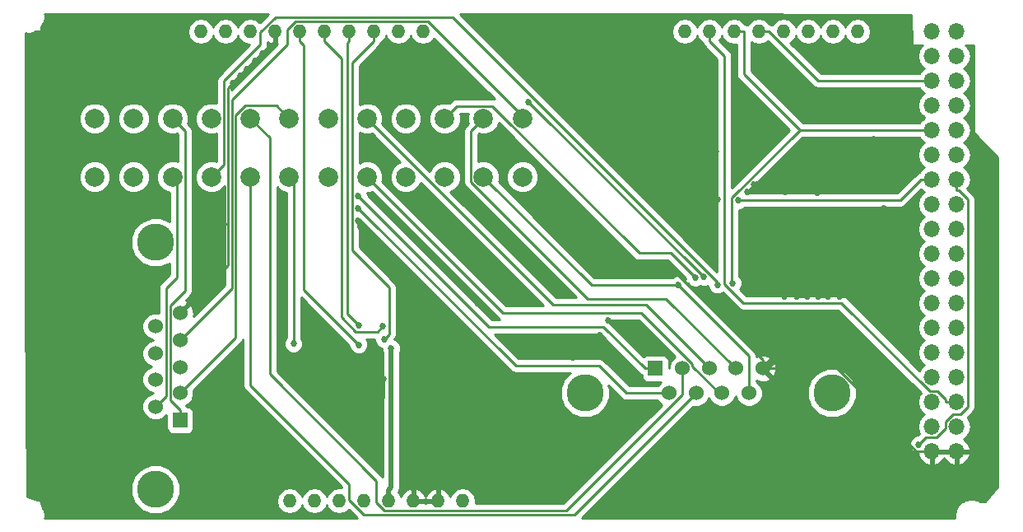
<source format=gbl>
%FSLAX46Y46*%
G04 Gerber Fmt 4.6, Leading zero omitted, Abs format (unit mm)*
G04 Created by KiCad (PCBNEW (2014-10-27 BZR 5228)-product) date Fri 14 Nov 2014 06:43:38 PM PST*
%MOMM*%
G01*
G04 APERTURE LIST*
%ADD10C,0.100000*%
%ADD11O,1.422400X1.422400*%
%ADD12O,1.676400X1.676400*%
%ADD13C,3.810000*%
%ADD14R,1.524000X1.524000*%
%ADD15C,1.524000*%
%ADD16C,1.998980*%
%ADD17C,0.685800*%
%ADD18C,0.254000*%
%ADD19C,0.508000*%
G04 APERTURE END LIST*
D10*
D11*
X116586000Y-80911700D03*
X119126000Y-80911700D03*
X121666000Y-80911700D03*
X124206000Y-80911700D03*
X126746000Y-80911700D03*
X129286000Y-80911700D03*
X131826000Y-80911700D03*
X134366000Y-80911700D03*
X136906000Y-80911700D03*
X139446000Y-80911700D03*
X184150000Y-80911700D03*
X181610000Y-80911700D03*
X179070000Y-80911700D03*
X176530000Y-80911700D03*
X173990000Y-80911700D03*
X171450000Y-80911700D03*
X168910000Y-80911700D03*
X166370000Y-80911700D03*
D12*
X191770000Y-80912000D03*
X194310000Y-80912000D03*
X191770000Y-83452000D03*
X194310000Y-83452000D03*
X191770000Y-85992000D03*
X194310000Y-85992000D03*
X191770000Y-88532000D03*
X194310000Y-88532000D03*
X191770000Y-91072000D03*
X194310000Y-91072000D03*
X191770000Y-93612000D03*
X194310000Y-93612000D03*
X191770000Y-96152000D03*
X194310000Y-96152000D03*
X191770000Y-98692000D03*
X194310000Y-98692000D03*
X191770000Y-101232000D03*
X194310000Y-101232000D03*
X191770000Y-103772000D03*
X194310000Y-103772000D03*
X191770000Y-106312000D03*
X194310000Y-106312000D03*
X191770000Y-108852000D03*
X194310000Y-108852000D03*
X191770000Y-111392000D03*
X194310000Y-111392000D03*
X191770000Y-113932000D03*
X194310000Y-113932000D03*
X191770000Y-116472000D03*
X194310000Y-116472000D03*
X191770000Y-119012000D03*
X194310000Y-119012000D03*
X191770000Y-121552000D03*
X194310000Y-121552000D03*
X191770000Y-124092000D03*
X194310000Y-124092000D03*
D11*
X125730000Y-129172000D03*
X128270000Y-129172000D03*
X130810000Y-129172000D03*
X133350000Y-129172000D03*
X135890000Y-129172000D03*
X138430000Y-129172000D03*
X140970000Y-129172000D03*
X143510000Y-129172000D03*
D13*
X111912000Y-102591000D03*
X111912000Y-127991000D03*
D14*
X114452000Y-120879000D03*
D15*
X114452000Y-118085000D03*
X114452000Y-115418000D03*
X114452000Y-112624000D03*
X114452000Y-109830000D03*
X111912000Y-119482000D03*
X111912000Y-116688000D03*
X111912000Y-114021000D03*
X111912000Y-111227000D03*
D13*
X156083000Y-118110000D03*
X181483000Y-118110000D03*
D14*
X163322000Y-115570000D03*
D15*
X166116000Y-115570000D03*
X168910000Y-115570000D03*
X171577000Y-115570000D03*
X174371000Y-115570000D03*
X172974000Y-118110000D03*
X170180000Y-118110000D03*
X167513000Y-118110000D03*
X164719000Y-118110000D03*
D16*
X149658940Y-95862140D03*
X149658940Y-89862660D03*
X145658440Y-95862140D03*
X145658440Y-89862660D03*
X141657940Y-95862140D03*
X141657940Y-89862660D03*
X137659980Y-95862140D03*
X137659980Y-89862660D03*
X133659480Y-95862140D03*
X133659480Y-89862660D03*
X129658980Y-95862140D03*
X129658980Y-89862660D03*
X125661020Y-95862140D03*
X125661020Y-89862660D03*
X121660520Y-95862140D03*
X121660520Y-89862660D03*
X117660020Y-95862140D03*
X117660020Y-89862660D03*
X113662060Y-95862140D03*
X113662060Y-89862660D03*
X109661560Y-95862140D03*
X109661560Y-89862660D03*
X105661060Y-95862140D03*
X105661060Y-89862660D03*
D17*
X171296300Y-106787200D03*
X135302600Y-111244200D03*
X139790000Y-85530000D03*
X140160000Y-94270000D03*
X139640000Y-97240000D03*
X139420000Y-99750000D03*
X141150000Y-100750000D03*
X142610000Y-101250000D03*
X145460000Y-99630000D03*
X148030000Y-102040000D03*
X149760000Y-104050000D03*
X153110000Y-107290000D03*
X149700000Y-107850000D03*
X147240000Y-107350000D03*
X145010000Y-108800000D03*
X146010000Y-109640000D03*
X144280000Y-112930000D03*
X140920000Y-114000000D03*
X139750000Y-113330000D03*
X140690000Y-111840000D03*
X142600000Y-112040000D03*
X142720000Y-113230000D03*
X143540000Y-114100000D03*
X150440000Y-117090000D03*
X158500000Y-110590000D03*
X159690000Y-111200000D03*
X160450000Y-112220000D03*
X161240000Y-113000000D03*
X159590000Y-114680000D03*
X158050000Y-113380000D03*
X157670000Y-112170000D03*
X155900000Y-112960000D03*
X155180000Y-113790000D03*
X154830000Y-114450000D03*
X152940000Y-116620000D03*
X151700000Y-117760000D03*
X149510000Y-118200000D03*
X147330000Y-118180000D03*
X145710000Y-118090000D03*
X143360000Y-118010000D03*
X141600000Y-118180000D03*
X139610000Y-118010000D03*
X138440000Y-118030000D03*
X122939300Y-83169300D03*
X120620000Y-85500000D03*
X121349300Y-84759300D03*
X122200000Y-83980000D03*
X120560000Y-82340000D03*
X119750000Y-82980000D03*
X119030000Y-83700000D03*
X118190000Y-84480000D03*
X119880000Y-86250000D03*
X137576200Y-105856300D03*
X132775000Y-100370200D03*
X164720000Y-105026400D03*
X116930000Y-107340000D03*
X117830000Y-106450000D03*
X118576000Y-105706000D03*
X118480000Y-100720000D03*
X118490000Y-99320000D03*
X118460000Y-98330000D03*
X117270000Y-98080000D03*
X117070000Y-99220000D03*
X116710000Y-100520000D03*
X116630000Y-101690000D03*
X117720000Y-101740000D03*
X117890000Y-100080000D03*
X134980000Y-124820000D03*
X132590000Y-122430000D03*
X130510000Y-120450000D03*
X129330000Y-119250000D03*
X127960000Y-118080000D03*
X126580000Y-116440000D03*
X125790000Y-115820000D03*
X129990000Y-116440000D03*
X131220000Y-117580000D03*
X132300000Y-118650000D03*
X133830000Y-120070000D03*
X135360000Y-116640000D03*
X137460000Y-116570000D03*
X176380000Y-86800000D03*
X177670000Y-88150000D03*
X180190000Y-89430000D03*
X184790000Y-89920000D03*
X184630000Y-92300000D03*
X178940000Y-96720000D03*
X177340000Y-99620000D03*
X179760000Y-101500000D03*
X180770000Y-100150000D03*
X178510000Y-99260000D03*
X180010000Y-97510000D03*
X183520000Y-97360000D03*
X183570000Y-99390000D03*
X185450000Y-99360000D03*
X186330000Y-96700000D03*
X187250000Y-94950000D03*
X187250000Y-93520000D03*
X185830000Y-92000000D03*
X186280000Y-89840000D03*
X190830000Y-89790000D03*
X189360000Y-92180000D03*
X187530000Y-97280000D03*
X186820000Y-99090000D03*
X175310000Y-102820000D03*
X173560000Y-102790000D03*
X174850000Y-100330000D03*
X176710000Y-97380000D03*
X173490000Y-96650000D03*
X172640000Y-94620000D03*
X171480000Y-94740000D03*
X169190000Y-97410000D03*
X167160000Y-95500000D03*
X166190000Y-96650000D03*
X163280000Y-94660000D03*
X162000000Y-89070000D03*
X157690000Y-85330000D03*
X150010000Y-81220000D03*
X163830000Y-84620000D03*
X164710000Y-91400000D03*
X168250000Y-98170000D03*
X168300000Y-99490000D03*
X169770000Y-98210000D03*
X172770000Y-97370000D03*
X177780000Y-96400000D03*
X176570000Y-100870000D03*
X176580000Y-108170000D03*
X177840000Y-108180000D03*
X178960000Y-108180000D03*
X180040000Y-108180000D03*
X181090000Y-108170000D03*
X182310000Y-108180000D03*
X183440000Y-108170000D03*
X184070000Y-108870000D03*
X186920000Y-109770000D03*
X183310000Y-111860000D03*
X180770000Y-112040000D03*
X176610000Y-113870000D03*
X177710000Y-85190000D03*
X150160000Y-85510000D03*
X148800000Y-84160000D03*
X147710000Y-82950000D03*
X146510000Y-81750000D03*
X147970000Y-81260000D03*
X169580000Y-93250000D03*
X172660000Y-90170000D03*
X173380000Y-89470000D03*
X177570000Y-85320000D03*
X126118700Y-113019900D03*
X132775000Y-97865800D03*
X165697700Y-106976600D03*
X132764300Y-99080800D03*
X132808000Y-113135300D03*
X132809500Y-111107900D03*
X135453600Y-112546100D03*
X136143800Y-113476700D03*
X190446700Y-123387300D03*
X167458600Y-106222400D03*
X150280700Y-88147600D03*
X168297700Y-106164600D03*
X171903000Y-98256500D03*
X169727700Y-106959700D03*
D18*
X173990000Y-80911700D02*
X174980900Y-80911700D01*
X180061200Y-85992000D02*
X174980900Y-80911700D01*
X191770000Y-85992000D02*
X180061200Y-85992000D01*
X171450000Y-80911700D02*
X172440900Y-80911700D01*
X172440900Y-85283300D02*
X172440900Y-80911700D01*
X178204300Y-91046700D02*
X172440900Y-85283300D01*
X171228700Y-106719600D02*
X171296300Y-106787200D01*
X171228700Y-98022300D02*
X171228700Y-106719600D01*
X178204300Y-91046700D02*
X171228700Y-98022300D01*
X178229600Y-91072000D02*
X178204300Y-91046700D01*
X191770000Y-91072000D02*
X178229600Y-91072000D01*
X170459000Y-83451600D02*
X168910000Y-81902600D01*
X170459000Y-106873200D02*
X170459000Y-83451600D01*
X172392100Y-108806300D02*
X170459000Y-106873200D01*
X182465600Y-108806300D02*
X172392100Y-108806300D01*
X191553400Y-117894100D02*
X182465600Y-108806300D01*
X192353800Y-117894100D02*
X191553400Y-117894100D01*
X193192100Y-118732400D02*
X192353800Y-117894100D01*
X193192100Y-119012000D02*
X193192100Y-118732400D01*
X194310000Y-119012000D02*
X193192100Y-119012000D01*
X168910000Y-80911700D02*
X168910000Y-81902600D01*
X129286000Y-80911700D02*
X129286000Y-81902600D01*
X134780000Y-111766800D02*
X135302600Y-111244200D01*
X132523000Y-111766800D02*
X134780000Y-111766800D01*
X131038500Y-110282300D02*
X132523000Y-111766800D01*
X131038500Y-83655100D02*
X131038500Y-110282300D01*
X129286000Y-81902600D02*
X131038500Y-83655100D01*
X114452000Y-120879000D02*
X114452000Y-119837300D01*
X113410300Y-118795600D02*
X114452000Y-119837300D01*
X113410300Y-109110600D02*
X113410300Y-118795600D01*
X114973900Y-107547000D02*
X113410300Y-109110600D01*
X114973900Y-91174500D02*
X114973900Y-107547000D01*
X113662100Y-89862700D02*
X114973900Y-91174500D01*
X124357600Y-88559300D02*
X125661000Y-89862700D01*
X121137300Y-88559300D02*
X124357600Y-88559300D01*
X120167400Y-89529200D02*
X121137300Y-88559300D01*
X120167400Y-112369600D02*
X120167400Y-89529200D01*
X114452000Y-118085000D02*
X120167400Y-112369600D01*
X119760600Y-107315400D02*
X114452000Y-112624000D01*
X119760600Y-87938500D02*
X119760600Y-107315400D01*
X125476000Y-82223100D02*
X119760600Y-87938500D01*
X125476000Y-80751000D02*
X125476000Y-82223100D01*
X126309800Y-79917200D02*
X125476000Y-80751000D01*
X139912500Y-79917200D02*
X126309800Y-79917200D01*
X149658900Y-89663600D02*
X139912500Y-79917200D01*
X149658900Y-89862700D02*
X149658900Y-89663600D01*
X137576200Y-118010000D02*
X138420000Y-118010000D01*
X139790000Y-93900000D02*
X139790000Y-85530000D01*
X140160000Y-94270000D02*
X139790000Y-93900000D01*
X139640000Y-99530000D02*
X139640000Y-97240000D01*
X139420000Y-99750000D02*
X139640000Y-99530000D01*
X142110000Y-100750000D02*
X141150000Y-100750000D01*
X142610000Y-101250000D02*
X142110000Y-100750000D01*
X145620000Y-99630000D02*
X145460000Y-99630000D01*
X148030000Y-102040000D02*
X145620000Y-99630000D01*
X149870000Y-104050000D02*
X149760000Y-104050000D01*
X153110000Y-107290000D02*
X149870000Y-104050000D01*
X147740000Y-107850000D02*
X149700000Y-107850000D01*
X147240000Y-107350000D02*
X147740000Y-107850000D01*
X145170000Y-108800000D02*
X145010000Y-108800000D01*
X146010000Y-109640000D02*
X145170000Y-108800000D01*
X141990000Y-112930000D02*
X144280000Y-112930000D01*
X140920000Y-114000000D02*
X141990000Y-112930000D01*
X139750000Y-112780000D02*
X139750000Y-113330000D01*
X140690000Y-111840000D02*
X139750000Y-112780000D01*
X142600000Y-113110000D02*
X142600000Y-112040000D01*
X142720000Y-113230000D02*
X142600000Y-113110000D01*
X146430000Y-116990000D02*
X143540000Y-114100000D01*
X150340000Y-116990000D02*
X146430000Y-116990000D01*
X150440000Y-117090000D02*
X150340000Y-116990000D01*
X159080000Y-110590000D02*
X158500000Y-110590000D01*
X159690000Y-111200000D02*
X159080000Y-110590000D01*
X160460000Y-112220000D02*
X160450000Y-112220000D01*
X161240000Y-113000000D02*
X160460000Y-112220000D01*
X159350000Y-114680000D02*
X159590000Y-114680000D01*
X158050000Y-113380000D02*
X159350000Y-114680000D01*
X156690000Y-112170000D02*
X157670000Y-112170000D01*
X155900000Y-112960000D02*
X156690000Y-112170000D01*
X155180000Y-114100000D02*
X155180000Y-113790000D01*
X154830000Y-114450000D02*
X155180000Y-114100000D01*
X152840000Y-116620000D02*
X152940000Y-116620000D01*
X151700000Y-117760000D02*
X152840000Y-116620000D01*
X147350000Y-118200000D02*
X149510000Y-118200000D01*
X147330000Y-118180000D02*
X147350000Y-118200000D01*
X143440000Y-118090000D02*
X145710000Y-118090000D01*
X143360000Y-118010000D02*
X143440000Y-118090000D01*
X139780000Y-118180000D02*
X141600000Y-118180000D01*
X139610000Y-118010000D02*
X139780000Y-118180000D01*
X138420000Y-118010000D02*
X138440000Y-118030000D01*
X119604300Y-86504300D02*
X119625700Y-86504300D01*
X122939300Y-83180700D02*
X122939300Y-83169300D01*
X120620000Y-85500000D02*
X122939300Y-83180700D01*
X121420700Y-84759300D02*
X121349300Y-84759300D01*
X122200000Y-83980000D02*
X121420700Y-84759300D01*
X120390000Y-82340000D02*
X120560000Y-82340000D01*
X119750000Y-82980000D02*
X120390000Y-82340000D01*
X118970000Y-83700000D02*
X119030000Y-83700000D01*
X118190000Y-84480000D02*
X118970000Y-83700000D01*
X119625700Y-86504300D02*
X119880000Y-86250000D01*
X138430000Y-129172000D02*
X138430000Y-128181100D01*
X191770000Y-124092000D02*
X190652100Y-124092000D01*
X119353800Y-104928200D02*
X114452000Y-109830000D01*
X119353800Y-100690000D02*
X119353800Y-104928200D01*
X119353800Y-86754800D02*
X119353800Y-100690000D01*
X124206000Y-81902600D02*
X119604300Y-86504300D01*
X119604300Y-86504300D02*
X119353800Y-86754800D01*
X124206000Y-80911700D02*
X124206000Y-81902600D01*
X137576200Y-127327300D02*
X138430000Y-128181100D01*
X137576200Y-116560000D02*
X137576200Y-118010000D01*
X137576200Y-105856300D02*
X137576200Y-116560000D01*
X137576200Y-118010000D02*
X137576200Y-127327300D01*
X132775000Y-101055100D02*
X132775000Y-100370200D01*
X137576200Y-105856300D02*
X132775000Y-101055100D01*
X190186000Y-124092000D02*
X190652100Y-124092000D01*
X188341500Y-122247500D02*
X190186000Y-124092000D01*
X188341500Y-121874200D02*
X188341500Y-122247500D01*
X182037300Y-115570000D02*
X188341500Y-121874200D01*
X174371000Y-115570000D02*
X182037300Y-115570000D01*
X174371000Y-114677400D02*
X164720000Y-105026400D01*
X174371000Y-115570000D02*
X174371000Y-114677400D01*
X117830000Y-106450000D02*
X118574000Y-105706000D01*
X118574000Y-105706000D02*
X118576000Y-105706000D01*
X114452000Y-109818000D02*
X116930000Y-107340000D01*
X114452000Y-109830000D02*
X114452000Y-109818000D01*
X118510000Y-100690000D02*
X118480000Y-100720000D01*
X118490000Y-99320000D02*
X118460000Y-99290000D01*
X118460000Y-99290000D02*
X118460000Y-98330000D01*
X117270000Y-98080000D02*
X117070000Y-98280000D01*
X117070000Y-98280000D02*
X117070000Y-99220000D01*
X116710000Y-100520000D02*
X116630000Y-100600000D01*
X116630000Y-100600000D02*
X116630000Y-101690000D01*
X117720000Y-101740000D02*
X117890000Y-101570000D01*
X117890000Y-101570000D02*
X117890000Y-100080000D01*
X119353800Y-100690000D02*
X118510000Y-100690000D01*
X134980000Y-124820000D02*
X132590000Y-122430000D01*
X130510000Y-120450000D02*
X129330000Y-119270000D01*
X129330000Y-119270000D02*
X129330000Y-119250000D01*
X127960000Y-118080000D02*
X126580000Y-116700000D01*
X126580000Y-116700000D02*
X126580000Y-116440000D01*
X125790000Y-115820000D02*
X126410000Y-116440000D01*
X126410000Y-116440000D02*
X129990000Y-116440000D01*
X131220000Y-117580000D02*
X132290000Y-118650000D01*
X132290000Y-118650000D02*
X132300000Y-118650000D01*
X133830000Y-120070000D02*
X135360000Y-118540000D01*
X135360000Y-118540000D02*
X135360000Y-116640000D01*
X137460000Y-116570000D02*
X137470000Y-116560000D01*
X137470000Y-116560000D02*
X137576200Y-116560000D01*
X174910000Y-115570000D02*
X174371000Y-115570000D01*
X176380000Y-86800000D02*
X177670000Y-88090000D01*
X177670000Y-88090000D02*
X177670000Y-88150000D01*
X180190000Y-89430000D02*
X180680000Y-89920000D01*
X180680000Y-89920000D02*
X184790000Y-89920000D01*
X184630000Y-92300000D02*
X180210000Y-96720000D01*
X180210000Y-96720000D02*
X178940000Y-96720000D01*
X177340000Y-99620000D02*
X179220000Y-101500000D01*
X179220000Y-101500000D02*
X179760000Y-101500000D01*
X180770000Y-100150000D02*
X179880000Y-99260000D01*
X179880000Y-99260000D02*
X178510000Y-99260000D01*
X180010000Y-97510000D02*
X180160000Y-97360000D01*
X180160000Y-97360000D02*
X183520000Y-97360000D01*
X183570000Y-99390000D02*
X183600000Y-99360000D01*
X183600000Y-99360000D02*
X185450000Y-99360000D01*
X186330000Y-96700000D02*
X187250000Y-95780000D01*
X187250000Y-95780000D02*
X187250000Y-94950000D01*
X187250000Y-93520000D02*
X185830000Y-92100000D01*
X185830000Y-92100000D02*
X185830000Y-92000000D01*
X186280000Y-89840000D02*
X186330000Y-89790000D01*
X186330000Y-89790000D02*
X190830000Y-89790000D01*
X189360000Y-92180000D02*
X187530000Y-94010000D01*
X187530000Y-94010000D02*
X187530000Y-97280000D01*
X186820000Y-99090000D02*
X183090000Y-102820000D01*
X183090000Y-102820000D02*
X175310000Y-102820000D01*
X173560000Y-102790000D02*
X174850000Y-101500000D01*
X174850000Y-101500000D02*
X174850000Y-100330000D01*
X176710000Y-97380000D02*
X175980000Y-96650000D01*
X175980000Y-96650000D02*
X173490000Y-96650000D01*
X172640000Y-94620000D02*
X172520000Y-94740000D01*
X172520000Y-94740000D02*
X171480000Y-94740000D01*
X169190000Y-97410000D02*
X167280000Y-95500000D01*
X167280000Y-95500000D02*
X167160000Y-95500000D01*
X166190000Y-96650000D02*
X164200000Y-94660000D01*
X164200000Y-94660000D02*
X163280000Y-94660000D01*
X162000000Y-89070000D02*
X158260000Y-85330000D01*
X158260000Y-85330000D02*
X157690000Y-85330000D01*
X150010000Y-81220000D02*
X153410000Y-84620000D01*
X153410000Y-84620000D02*
X163830000Y-84620000D01*
X164710000Y-91400000D02*
X168250000Y-94940000D01*
X168250000Y-94940000D02*
X168250000Y-98170000D01*
X168300000Y-99490000D02*
X169580000Y-98210000D01*
X169580000Y-98210000D02*
X169770000Y-98210000D01*
X172770000Y-97370000D02*
X173740000Y-96400000D01*
X173740000Y-96400000D02*
X177780000Y-96400000D01*
X176570000Y-100870000D02*
X176580000Y-100880000D01*
X176580000Y-100880000D02*
X176580000Y-108170000D01*
X177840000Y-108180000D02*
X178960000Y-108180000D01*
X180040000Y-108180000D02*
X180050000Y-108170000D01*
X180050000Y-108170000D02*
X181090000Y-108170000D01*
X182310000Y-108180000D02*
X182320000Y-108170000D01*
X182320000Y-108170000D02*
X183440000Y-108170000D01*
X184070000Y-108870000D02*
X184970000Y-109770000D01*
X184970000Y-109770000D02*
X186920000Y-109770000D01*
X183310000Y-111860000D02*
X183130000Y-112040000D01*
X183130000Y-112040000D02*
X180770000Y-112040000D01*
X176610000Y-113870000D02*
X174910000Y-115570000D01*
X150160000Y-85510000D02*
X148810000Y-84160000D01*
X148810000Y-84160000D02*
X148800000Y-84160000D01*
X147710000Y-82950000D02*
X146510000Y-81750000D01*
X147970000Y-81260000D02*
X159960000Y-93250000D01*
X159960000Y-93250000D02*
X169580000Y-93250000D01*
X172660000Y-90170000D02*
X173360000Y-89470000D01*
X173360000Y-89470000D02*
X173380000Y-89470000D01*
X177570000Y-85320000D02*
X177700000Y-85190000D01*
X177700000Y-85190000D02*
X177710000Y-85190000D01*
X113003500Y-118390500D02*
X111912000Y-119482000D01*
X113003500Y-107315800D02*
X113003500Y-118390500D01*
X114119900Y-106199400D02*
X113003500Y-107315800D01*
X114119900Y-96319900D02*
X114119900Y-106199400D01*
X113662100Y-95862100D02*
X114119900Y-96319900D01*
X126118700Y-96319800D02*
X126118700Y-113019900D01*
X125661000Y-95862100D02*
X126118700Y-96319800D01*
X163322000Y-115570000D02*
X162280300Y-115570000D01*
X146198600Y-111289400D02*
X132775000Y-97865800D01*
X157999700Y-111289400D02*
X146198600Y-111289400D01*
X162280300Y-115570000D02*
X157999700Y-111289400D01*
X166116000Y-118215900D02*
X166116000Y-115570000D01*
X154168900Y-130163000D02*
X166116000Y-118215900D01*
X135477600Y-130163000D02*
X154168900Y-130163000D01*
X134620000Y-129305400D02*
X135477600Y-130163000D01*
X134620000Y-127113700D02*
X134620000Y-129305400D01*
X123660800Y-116154500D02*
X134620000Y-127113700D01*
X123660800Y-91863000D02*
X123660800Y-116154500D01*
X121660500Y-89862700D02*
X123660800Y-91863000D01*
X162379600Y-109039600D02*
X168910000Y-115570000D01*
X152836400Y-109039600D02*
X162379600Y-109039600D01*
X133659500Y-89862700D02*
X152836400Y-109039600D01*
X164394200Y-108387200D02*
X171577000Y-115570000D01*
X156367000Y-108387200D02*
X164394200Y-108387200D01*
X144366900Y-96387100D02*
X156367000Y-108387200D01*
X144366900Y-91154200D02*
X144366900Y-96387100D01*
X145658400Y-89862700D02*
X144366900Y-91154200D01*
X156772900Y-106976600D02*
X165697700Y-106976600D01*
X145658400Y-95862100D02*
X156772900Y-106976600D01*
X172974000Y-114252900D02*
X172974000Y-118110000D01*
X165697700Y-106976600D02*
X172974000Y-114252900D01*
X169882200Y-118110000D02*
X170180000Y-118110000D01*
X167157800Y-115385600D02*
X169882200Y-118110000D01*
X167157800Y-115109100D02*
X167157800Y-115385600D01*
X161901700Y-109853000D02*
X167157800Y-115109100D01*
X147650400Y-109853000D02*
X161901700Y-109853000D01*
X133659500Y-95862100D02*
X147650400Y-109853000D01*
X155053200Y-130569800D02*
X167513000Y-118110000D01*
X133333700Y-130569800D02*
X155053200Y-130569800D01*
X131813500Y-129049600D02*
X133333700Y-130569800D01*
X131813500Y-127428900D02*
X131813500Y-129049600D01*
X121660500Y-117275900D02*
X131813500Y-127428900D01*
X121660500Y-95862100D02*
X121660500Y-117275900D01*
X160367400Y-118110000D02*
X164719000Y-118110000D01*
X157543600Y-115286200D02*
X160367400Y-118110000D01*
X148969700Y-115286200D02*
X157543600Y-115286200D01*
X132764300Y-99080800D02*
X148969700Y-115286200D01*
X126746000Y-80911700D02*
X126746000Y-81902600D01*
X127156800Y-107484100D02*
X132808000Y-113135300D01*
X127156800Y-82313400D02*
X127156800Y-107484100D01*
X126746000Y-81902600D02*
X127156800Y-82313400D01*
X131826000Y-80911700D02*
X131826000Y-81902600D01*
X131677600Y-109976000D02*
X132809500Y-111107900D01*
X131677600Y-82051000D02*
X131677600Y-109976000D01*
X131826000Y-81902600D02*
X131677600Y-82051000D01*
X134366000Y-80911700D02*
X134366000Y-81902600D01*
X132131000Y-84137600D02*
X134366000Y-81902600D01*
X132131000Y-103413600D02*
X132131000Y-84137600D01*
X135958800Y-107241400D02*
X132131000Y-103413600D01*
X135958800Y-112040900D02*
X135958800Y-107241400D01*
X135453600Y-112546100D02*
X135958800Y-112040900D01*
D19*
X136143800Y-127800300D02*
X135890000Y-128054100D01*
X136143800Y-113476700D02*
X136143800Y-127800300D01*
X135890000Y-129172000D02*
X135890000Y-128054100D01*
D18*
X194541600Y-97269900D02*
X194310000Y-97269900D01*
X195475500Y-98203800D02*
X194541600Y-97269900D01*
X195475500Y-119512500D02*
X195475500Y-98203800D01*
X194706000Y-120282000D02*
X195475500Y-119512500D01*
X193983900Y-120282000D02*
X194706000Y-120282000D01*
X193192000Y-121073900D02*
X193983900Y-120282000D01*
X193192000Y-121726100D02*
X193192000Y-121073900D01*
X192248100Y-122670000D02*
X193192000Y-121726100D01*
X191164000Y-122670000D02*
X192248100Y-122670000D01*
X190446700Y-123387300D02*
X191164000Y-122670000D01*
X194310000Y-96152000D02*
X194310000Y-97269900D01*
X164938700Y-103702500D02*
X167458600Y-106222400D01*
X161689500Y-103702500D02*
X164938700Y-103702500D01*
X146569200Y-88582200D02*
X161689500Y-103702500D01*
X142938400Y-88582200D02*
X146569200Y-88582200D01*
X141657900Y-89862700D02*
X142938400Y-88582200D01*
X168297700Y-106164600D02*
X150280700Y-88147600D01*
X191770000Y-96152000D02*
X190652100Y-96152000D01*
X188547600Y-98256500D02*
X171903000Y-98256500D01*
X190652100Y-96152000D02*
X188547600Y-98256500D01*
X118939200Y-94582900D02*
X117660000Y-95862100D01*
X118939200Y-86020500D02*
X118939200Y-94582900D01*
X122697800Y-82261900D02*
X118939200Y-86020500D01*
X122697800Y-81000000D02*
X122697800Y-82261900D01*
X124243000Y-79454800D02*
X122697800Y-81000000D01*
X142468500Y-79454800D02*
X124243000Y-79454800D01*
X169727700Y-106714000D02*
X142468500Y-79454800D01*
X169727700Y-106959700D02*
X169727700Y-106714000D01*
G36*
X124456196Y-82165272D02*
X119701200Y-86920269D01*
X119701200Y-86336130D01*
X123236615Y-82800715D01*
X123401796Y-82553505D01*
X123459799Y-82261900D01*
X123459800Y-82261900D01*
X123459800Y-82015817D01*
X123520991Y-82070599D01*
X123870911Y-82215529D01*
X124079000Y-82092339D01*
X124079000Y-81038700D01*
X124059000Y-81038700D01*
X124059000Y-80784700D01*
X124079000Y-80784700D01*
X124079000Y-80764700D01*
X124333000Y-80764700D01*
X124333000Y-80784700D01*
X124353000Y-80784700D01*
X124353000Y-81038700D01*
X124333000Y-81038700D01*
X124333000Y-82092339D01*
X124456196Y-82165272D01*
X124456196Y-82165272D01*
G37*
X124456196Y-82165272D02*
X119701200Y-86920269D01*
X119701200Y-86336130D01*
X123236615Y-82800715D01*
X123401796Y-82553505D01*
X123459799Y-82261900D01*
X123459800Y-82261900D01*
X123459800Y-82015817D01*
X123520991Y-82070599D01*
X123870911Y-82215529D01*
X124079000Y-82092339D01*
X124079000Y-81038700D01*
X124059000Y-81038700D01*
X124059000Y-80784700D01*
X124079000Y-80784700D01*
X124079000Y-80764700D01*
X124333000Y-80764700D01*
X124333000Y-80784700D01*
X124353000Y-80784700D01*
X124353000Y-81038700D01*
X124333000Y-81038700D01*
X124333000Y-82092339D01*
X124456196Y-82165272D01*
G36*
X132635969Y-130949700D02*
X114452440Y-130949700D01*
X114452440Y-127487979D01*
X114066563Y-126554085D01*
X113352673Y-125838948D01*
X112419454Y-125451441D01*
X111408979Y-125450560D01*
X110475085Y-125836437D01*
X109759948Y-126550327D01*
X109372441Y-127483546D01*
X109371560Y-128494021D01*
X109757437Y-129427915D01*
X110471327Y-130143052D01*
X111404546Y-130530559D01*
X112415021Y-130531440D01*
X113348915Y-130145563D01*
X114064052Y-129431673D01*
X114451559Y-128498454D01*
X114452440Y-127487979D01*
X114452440Y-130949700D01*
X107295834Y-130949700D01*
X107295834Y-95538446D01*
X107295834Y-89538966D01*
X107047522Y-88938005D01*
X106588133Y-88477814D01*
X105987607Y-88228454D01*
X105337366Y-88227886D01*
X104736405Y-88476198D01*
X104276214Y-88935587D01*
X104026854Y-89536113D01*
X104026286Y-90186354D01*
X104274598Y-90787315D01*
X104733987Y-91247506D01*
X105334513Y-91496866D01*
X105984754Y-91497434D01*
X106585715Y-91249122D01*
X107045906Y-90789733D01*
X107295266Y-90189207D01*
X107295834Y-89538966D01*
X107295834Y-95538446D01*
X107047522Y-94937485D01*
X106588133Y-94477294D01*
X105987607Y-94227934D01*
X105337366Y-94227366D01*
X104736405Y-94475678D01*
X104276214Y-94935067D01*
X104026854Y-95535593D01*
X104026286Y-96185834D01*
X104274598Y-96786795D01*
X104733987Y-97246986D01*
X105334513Y-97496346D01*
X105984754Y-97496914D01*
X106585715Y-97248602D01*
X107045906Y-96789213D01*
X107295266Y-96188687D01*
X107295834Y-95538446D01*
X107295834Y-130949700D01*
X100516381Y-130949700D01*
X100533798Y-130862139D01*
X100533798Y-130564821D01*
X100457813Y-130182819D01*
X100344035Y-129908133D01*
X100201868Y-129695365D01*
X100081470Y-129187016D01*
X98678414Y-128736034D01*
X98552000Y-108804751D01*
X98552000Y-81100621D01*
X98639561Y-81118038D01*
X98936879Y-81118038D01*
X99318881Y-81042053D01*
X99593567Y-80928275D01*
X99593567Y-80928274D01*
X99637379Y-80899000D01*
X100145854Y-80899000D01*
X100169438Y-80439109D01*
X100344035Y-80177807D01*
X100457813Y-79903121D01*
X100533798Y-79521119D01*
X100533798Y-79223801D01*
X100515875Y-79133700D01*
X123486469Y-79133700D01*
X122645481Y-79974687D01*
X122617907Y-79933419D01*
X122181168Y-79641599D01*
X121666000Y-79539126D01*
X121150832Y-79641599D01*
X120714093Y-79933419D01*
X120422273Y-80370158D01*
X120396000Y-80502241D01*
X120369727Y-80370158D01*
X120077907Y-79933419D01*
X119641168Y-79641599D01*
X119126000Y-79539126D01*
X118610832Y-79641599D01*
X118174093Y-79933419D01*
X117882273Y-80370158D01*
X117856000Y-80502241D01*
X117829727Y-80370158D01*
X117537907Y-79933419D01*
X117101168Y-79641599D01*
X116586000Y-79539126D01*
X116070832Y-79641599D01*
X115634093Y-79933419D01*
X115342273Y-80370158D01*
X115239800Y-80885326D01*
X115239800Y-80938074D01*
X115342273Y-81453242D01*
X115634093Y-81889981D01*
X116070832Y-82181801D01*
X116586000Y-82284274D01*
X117101168Y-82181801D01*
X117537907Y-81889981D01*
X117829727Y-81453242D01*
X117856000Y-81321158D01*
X117882273Y-81453242D01*
X118174093Y-81889981D01*
X118610832Y-82181801D01*
X119126000Y-82284274D01*
X119641168Y-82181801D01*
X120077907Y-81889981D01*
X120369727Y-81453242D01*
X120396000Y-81321158D01*
X120422273Y-81453242D01*
X120714093Y-81889981D01*
X121150832Y-82181801D01*
X121609111Y-82272958D01*
X118400385Y-85481685D01*
X118235204Y-85728895D01*
X118177200Y-86020500D01*
X118177200Y-88307611D01*
X117986567Y-88228454D01*
X117336326Y-88227886D01*
X116735365Y-88476198D01*
X116275174Y-88935587D01*
X116025814Y-89536113D01*
X116025246Y-90186354D01*
X116273558Y-90787315D01*
X116732947Y-91247506D01*
X117333473Y-91496866D01*
X117983714Y-91497434D01*
X118177200Y-91417487D01*
X118177200Y-94267270D01*
X118149062Y-94295407D01*
X117986567Y-94227934D01*
X117336326Y-94227366D01*
X116735365Y-94475678D01*
X116275174Y-94935067D01*
X116025814Y-95535593D01*
X116025246Y-96185834D01*
X116273558Y-96786795D01*
X116732947Y-97246986D01*
X117333473Y-97496346D01*
X117983714Y-97496914D01*
X118584675Y-97248602D01*
X118998600Y-96835398D01*
X118998600Y-106999770D01*
X115805941Y-110192428D01*
X115861144Y-110037698D01*
X115833362Y-109482632D01*
X115674397Y-109098857D01*
X115432213Y-109029392D01*
X114631605Y-109830000D01*
X114645747Y-109844142D01*
X114466142Y-110023747D01*
X114452000Y-110009605D01*
X114437857Y-110023747D01*
X114258252Y-109844142D01*
X114272395Y-109830000D01*
X114258252Y-109815857D01*
X114437857Y-109636252D01*
X114452000Y-109650395D01*
X115252608Y-108849787D01*
X115183143Y-108607603D01*
X115041471Y-108557059D01*
X115512715Y-108085816D01*
X115512715Y-108085815D01*
X115677896Y-107838605D01*
X115735899Y-107547000D01*
X115735900Y-107547000D01*
X115735900Y-91174500D01*
X115677896Y-90882895D01*
X115512715Y-90635685D01*
X115512715Y-90635684D01*
X115228774Y-90351744D01*
X115296266Y-90189207D01*
X115296834Y-89538966D01*
X115048522Y-88938005D01*
X114589133Y-88477814D01*
X113988607Y-88228454D01*
X113338366Y-88227886D01*
X112737405Y-88476198D01*
X112277214Y-88935587D01*
X112027854Y-89536113D01*
X112027286Y-90186354D01*
X112275598Y-90787315D01*
X112734987Y-91247506D01*
X113335513Y-91496866D01*
X113985754Y-91497434D01*
X114150946Y-91429177D01*
X114211900Y-91490130D01*
X114211900Y-94320653D01*
X113988607Y-94227934D01*
X113338366Y-94227366D01*
X112737405Y-94475678D01*
X112277214Y-94935067D01*
X112027854Y-95535593D01*
X112027286Y-96185834D01*
X112275598Y-96786795D01*
X112734987Y-97246986D01*
X113335513Y-97496346D01*
X113357900Y-97496365D01*
X113357900Y-100444184D01*
X113352673Y-100438948D01*
X112419454Y-100051441D01*
X111408979Y-100050560D01*
X111296334Y-100097103D01*
X111296334Y-95538446D01*
X111296334Y-89538966D01*
X111048022Y-88938005D01*
X110588633Y-88477814D01*
X109988107Y-88228454D01*
X109337866Y-88227886D01*
X108736905Y-88476198D01*
X108276714Y-88935587D01*
X108027354Y-89536113D01*
X108026786Y-90186354D01*
X108275098Y-90787315D01*
X108734487Y-91247506D01*
X109335013Y-91496866D01*
X109985254Y-91497434D01*
X110586215Y-91249122D01*
X111046406Y-90789733D01*
X111295766Y-90189207D01*
X111296334Y-89538966D01*
X111296334Y-95538446D01*
X111048022Y-94937485D01*
X110588633Y-94477294D01*
X109988107Y-94227934D01*
X109337866Y-94227366D01*
X108736905Y-94475678D01*
X108276714Y-94935067D01*
X108027354Y-95535593D01*
X108026786Y-96185834D01*
X108275098Y-96786795D01*
X108734487Y-97246986D01*
X109335013Y-97496346D01*
X109985254Y-97496914D01*
X110586215Y-97248602D01*
X111046406Y-96789213D01*
X111295766Y-96188687D01*
X111296334Y-95538446D01*
X111296334Y-100097103D01*
X110475085Y-100436437D01*
X109759948Y-101150327D01*
X109372441Y-102083546D01*
X109371560Y-103094021D01*
X109757437Y-104027915D01*
X110471327Y-104743052D01*
X111404546Y-105130559D01*
X112415021Y-105131440D01*
X113348915Y-104745563D01*
X113357900Y-104736593D01*
X113357900Y-105883770D01*
X112464685Y-106776985D01*
X112299504Y-107024195D01*
X112241500Y-107315800D01*
X112241500Y-109851170D01*
X112191100Y-109830243D01*
X111635339Y-109829758D01*
X111121697Y-110041990D01*
X110728371Y-110434630D01*
X110515243Y-110947900D01*
X110514758Y-111503661D01*
X110726990Y-112017303D01*
X111119630Y-112410629D01*
X111632900Y-112623757D01*
X111635336Y-112623759D01*
X111121697Y-112835990D01*
X110728371Y-113228630D01*
X110515243Y-113741900D01*
X110514758Y-114297661D01*
X110726990Y-114811303D01*
X111119630Y-115204629D01*
X111480814Y-115354605D01*
X111121697Y-115502990D01*
X110728371Y-115895630D01*
X110515243Y-116408900D01*
X110514758Y-116964661D01*
X110726990Y-117478303D01*
X111119630Y-117871629D01*
X111632900Y-118084757D01*
X111635336Y-118084759D01*
X111121697Y-118296990D01*
X110728371Y-118689630D01*
X110515243Y-119202900D01*
X110514758Y-119758661D01*
X110726990Y-120272303D01*
X111119630Y-120665629D01*
X111632900Y-120878757D01*
X112188661Y-120879242D01*
X112702303Y-120667010D01*
X113055000Y-120314928D01*
X113055000Y-121767309D01*
X113151673Y-122000698D01*
X113330301Y-122179327D01*
X113563690Y-122276000D01*
X113816309Y-122276000D01*
X115340309Y-122276000D01*
X115573698Y-122179327D01*
X115752327Y-122000699D01*
X115849000Y-121767310D01*
X115849000Y-121514691D01*
X115849000Y-119990691D01*
X115752327Y-119757302D01*
X115573699Y-119578673D01*
X115340310Y-119482000D01*
X115113436Y-119482000D01*
X115030315Y-119357601D01*
X115242303Y-119270010D01*
X115635629Y-118877370D01*
X115848757Y-118364100D01*
X115849242Y-117808339D01*
X115836683Y-117777946D01*
X120706215Y-112908416D01*
X120706215Y-112908415D01*
X120871396Y-112661205D01*
X120898500Y-112524944D01*
X120898500Y-117275900D01*
X120956504Y-117567505D01*
X121121685Y-117814715D01*
X131051500Y-127744530D01*
X131051500Y-127847463D01*
X130810000Y-127799426D01*
X130294832Y-127901899D01*
X129858093Y-128193719D01*
X129566273Y-128630458D01*
X129540000Y-128762541D01*
X129513727Y-128630458D01*
X129221907Y-128193719D01*
X128785168Y-127901899D01*
X128270000Y-127799426D01*
X127754832Y-127901899D01*
X127318093Y-128193719D01*
X127026273Y-128630458D01*
X127000000Y-128762541D01*
X126973727Y-128630458D01*
X126681907Y-128193719D01*
X126245168Y-127901899D01*
X125730000Y-127799426D01*
X125214832Y-127901899D01*
X124778093Y-128193719D01*
X124486273Y-128630458D01*
X124383800Y-129145626D01*
X124383800Y-129198374D01*
X124486273Y-129713542D01*
X124778093Y-130150281D01*
X125214832Y-130442101D01*
X125730000Y-130544574D01*
X126245168Y-130442101D01*
X126681907Y-130150281D01*
X126973727Y-129713542D01*
X127000000Y-129581458D01*
X127026273Y-129713542D01*
X127318093Y-130150281D01*
X127754832Y-130442101D01*
X128270000Y-130544574D01*
X128785168Y-130442101D01*
X129221907Y-130150281D01*
X129513727Y-129713542D01*
X129540000Y-129581458D01*
X129566273Y-129713542D01*
X129858093Y-130150281D01*
X130294832Y-130442101D01*
X130810000Y-130544574D01*
X131325168Y-130442101D01*
X131761907Y-130150281D01*
X131791805Y-130105535D01*
X132635969Y-130949700D01*
X132635969Y-130949700D01*
G37*
X132635969Y-130949700D02*
X114452440Y-130949700D01*
X114452440Y-127487979D01*
X114066563Y-126554085D01*
X113352673Y-125838948D01*
X112419454Y-125451441D01*
X111408979Y-125450560D01*
X110475085Y-125836437D01*
X109759948Y-126550327D01*
X109372441Y-127483546D01*
X109371560Y-128494021D01*
X109757437Y-129427915D01*
X110471327Y-130143052D01*
X111404546Y-130530559D01*
X112415021Y-130531440D01*
X113348915Y-130145563D01*
X114064052Y-129431673D01*
X114451559Y-128498454D01*
X114452440Y-127487979D01*
X114452440Y-130949700D01*
X107295834Y-130949700D01*
X107295834Y-95538446D01*
X107295834Y-89538966D01*
X107047522Y-88938005D01*
X106588133Y-88477814D01*
X105987607Y-88228454D01*
X105337366Y-88227886D01*
X104736405Y-88476198D01*
X104276214Y-88935587D01*
X104026854Y-89536113D01*
X104026286Y-90186354D01*
X104274598Y-90787315D01*
X104733987Y-91247506D01*
X105334513Y-91496866D01*
X105984754Y-91497434D01*
X106585715Y-91249122D01*
X107045906Y-90789733D01*
X107295266Y-90189207D01*
X107295834Y-89538966D01*
X107295834Y-95538446D01*
X107047522Y-94937485D01*
X106588133Y-94477294D01*
X105987607Y-94227934D01*
X105337366Y-94227366D01*
X104736405Y-94475678D01*
X104276214Y-94935067D01*
X104026854Y-95535593D01*
X104026286Y-96185834D01*
X104274598Y-96786795D01*
X104733987Y-97246986D01*
X105334513Y-97496346D01*
X105984754Y-97496914D01*
X106585715Y-97248602D01*
X107045906Y-96789213D01*
X107295266Y-96188687D01*
X107295834Y-95538446D01*
X107295834Y-130949700D01*
X100516381Y-130949700D01*
X100533798Y-130862139D01*
X100533798Y-130564821D01*
X100457813Y-130182819D01*
X100344035Y-129908133D01*
X100201868Y-129695365D01*
X100081470Y-129187016D01*
X98678414Y-128736034D01*
X98552000Y-108804751D01*
X98552000Y-81100621D01*
X98639561Y-81118038D01*
X98936879Y-81118038D01*
X99318881Y-81042053D01*
X99593567Y-80928275D01*
X99593567Y-80928274D01*
X99637379Y-80899000D01*
X100145854Y-80899000D01*
X100169438Y-80439109D01*
X100344035Y-80177807D01*
X100457813Y-79903121D01*
X100533798Y-79521119D01*
X100533798Y-79223801D01*
X100515875Y-79133700D01*
X123486469Y-79133700D01*
X122645481Y-79974687D01*
X122617907Y-79933419D01*
X122181168Y-79641599D01*
X121666000Y-79539126D01*
X121150832Y-79641599D01*
X120714093Y-79933419D01*
X120422273Y-80370158D01*
X120396000Y-80502241D01*
X120369727Y-80370158D01*
X120077907Y-79933419D01*
X119641168Y-79641599D01*
X119126000Y-79539126D01*
X118610832Y-79641599D01*
X118174093Y-79933419D01*
X117882273Y-80370158D01*
X117856000Y-80502241D01*
X117829727Y-80370158D01*
X117537907Y-79933419D01*
X117101168Y-79641599D01*
X116586000Y-79539126D01*
X116070832Y-79641599D01*
X115634093Y-79933419D01*
X115342273Y-80370158D01*
X115239800Y-80885326D01*
X115239800Y-80938074D01*
X115342273Y-81453242D01*
X115634093Y-81889981D01*
X116070832Y-82181801D01*
X116586000Y-82284274D01*
X117101168Y-82181801D01*
X117537907Y-81889981D01*
X117829727Y-81453242D01*
X117856000Y-81321158D01*
X117882273Y-81453242D01*
X118174093Y-81889981D01*
X118610832Y-82181801D01*
X119126000Y-82284274D01*
X119641168Y-82181801D01*
X120077907Y-81889981D01*
X120369727Y-81453242D01*
X120396000Y-81321158D01*
X120422273Y-81453242D01*
X120714093Y-81889981D01*
X121150832Y-82181801D01*
X121609111Y-82272958D01*
X118400385Y-85481685D01*
X118235204Y-85728895D01*
X118177200Y-86020500D01*
X118177200Y-88307611D01*
X117986567Y-88228454D01*
X117336326Y-88227886D01*
X116735365Y-88476198D01*
X116275174Y-88935587D01*
X116025814Y-89536113D01*
X116025246Y-90186354D01*
X116273558Y-90787315D01*
X116732947Y-91247506D01*
X117333473Y-91496866D01*
X117983714Y-91497434D01*
X118177200Y-91417487D01*
X118177200Y-94267270D01*
X118149062Y-94295407D01*
X117986567Y-94227934D01*
X117336326Y-94227366D01*
X116735365Y-94475678D01*
X116275174Y-94935067D01*
X116025814Y-95535593D01*
X116025246Y-96185834D01*
X116273558Y-96786795D01*
X116732947Y-97246986D01*
X117333473Y-97496346D01*
X117983714Y-97496914D01*
X118584675Y-97248602D01*
X118998600Y-96835398D01*
X118998600Y-106999770D01*
X115805941Y-110192428D01*
X115861144Y-110037698D01*
X115833362Y-109482632D01*
X115674397Y-109098857D01*
X115432213Y-109029392D01*
X114631605Y-109830000D01*
X114645747Y-109844142D01*
X114466142Y-110023747D01*
X114452000Y-110009605D01*
X114437857Y-110023747D01*
X114258252Y-109844142D01*
X114272395Y-109830000D01*
X114258252Y-109815857D01*
X114437857Y-109636252D01*
X114452000Y-109650395D01*
X115252608Y-108849787D01*
X115183143Y-108607603D01*
X115041471Y-108557059D01*
X115512715Y-108085816D01*
X115512715Y-108085815D01*
X115677896Y-107838605D01*
X115735899Y-107547000D01*
X115735900Y-107547000D01*
X115735900Y-91174500D01*
X115677896Y-90882895D01*
X115512715Y-90635685D01*
X115512715Y-90635684D01*
X115228774Y-90351744D01*
X115296266Y-90189207D01*
X115296834Y-89538966D01*
X115048522Y-88938005D01*
X114589133Y-88477814D01*
X113988607Y-88228454D01*
X113338366Y-88227886D01*
X112737405Y-88476198D01*
X112277214Y-88935587D01*
X112027854Y-89536113D01*
X112027286Y-90186354D01*
X112275598Y-90787315D01*
X112734987Y-91247506D01*
X113335513Y-91496866D01*
X113985754Y-91497434D01*
X114150946Y-91429177D01*
X114211900Y-91490130D01*
X114211900Y-94320653D01*
X113988607Y-94227934D01*
X113338366Y-94227366D01*
X112737405Y-94475678D01*
X112277214Y-94935067D01*
X112027854Y-95535593D01*
X112027286Y-96185834D01*
X112275598Y-96786795D01*
X112734987Y-97246986D01*
X113335513Y-97496346D01*
X113357900Y-97496365D01*
X113357900Y-100444184D01*
X113352673Y-100438948D01*
X112419454Y-100051441D01*
X111408979Y-100050560D01*
X111296334Y-100097103D01*
X111296334Y-95538446D01*
X111296334Y-89538966D01*
X111048022Y-88938005D01*
X110588633Y-88477814D01*
X109988107Y-88228454D01*
X109337866Y-88227886D01*
X108736905Y-88476198D01*
X108276714Y-88935587D01*
X108027354Y-89536113D01*
X108026786Y-90186354D01*
X108275098Y-90787315D01*
X108734487Y-91247506D01*
X109335013Y-91496866D01*
X109985254Y-91497434D01*
X110586215Y-91249122D01*
X111046406Y-90789733D01*
X111295766Y-90189207D01*
X111296334Y-89538966D01*
X111296334Y-95538446D01*
X111048022Y-94937485D01*
X110588633Y-94477294D01*
X109988107Y-94227934D01*
X109337866Y-94227366D01*
X108736905Y-94475678D01*
X108276714Y-94935067D01*
X108027354Y-95535593D01*
X108026786Y-96185834D01*
X108275098Y-96786795D01*
X108734487Y-97246986D01*
X109335013Y-97496346D01*
X109985254Y-97496914D01*
X110586215Y-97248602D01*
X111046406Y-96789213D01*
X111295766Y-96188687D01*
X111296334Y-95538446D01*
X111296334Y-100097103D01*
X110475085Y-100436437D01*
X109759948Y-101150327D01*
X109372441Y-102083546D01*
X109371560Y-103094021D01*
X109757437Y-104027915D01*
X110471327Y-104743052D01*
X111404546Y-105130559D01*
X112415021Y-105131440D01*
X113348915Y-104745563D01*
X113357900Y-104736593D01*
X113357900Y-105883770D01*
X112464685Y-106776985D01*
X112299504Y-107024195D01*
X112241500Y-107315800D01*
X112241500Y-109851170D01*
X112191100Y-109830243D01*
X111635339Y-109829758D01*
X111121697Y-110041990D01*
X110728371Y-110434630D01*
X110515243Y-110947900D01*
X110514758Y-111503661D01*
X110726990Y-112017303D01*
X111119630Y-112410629D01*
X111632900Y-112623757D01*
X111635336Y-112623759D01*
X111121697Y-112835990D01*
X110728371Y-113228630D01*
X110515243Y-113741900D01*
X110514758Y-114297661D01*
X110726990Y-114811303D01*
X111119630Y-115204629D01*
X111480814Y-115354605D01*
X111121697Y-115502990D01*
X110728371Y-115895630D01*
X110515243Y-116408900D01*
X110514758Y-116964661D01*
X110726990Y-117478303D01*
X111119630Y-117871629D01*
X111632900Y-118084757D01*
X111635336Y-118084759D01*
X111121697Y-118296990D01*
X110728371Y-118689630D01*
X110515243Y-119202900D01*
X110514758Y-119758661D01*
X110726990Y-120272303D01*
X111119630Y-120665629D01*
X111632900Y-120878757D01*
X112188661Y-120879242D01*
X112702303Y-120667010D01*
X113055000Y-120314928D01*
X113055000Y-121767309D01*
X113151673Y-122000698D01*
X113330301Y-122179327D01*
X113563690Y-122276000D01*
X113816309Y-122276000D01*
X115340309Y-122276000D01*
X115573698Y-122179327D01*
X115752327Y-122000699D01*
X115849000Y-121767310D01*
X115849000Y-121514691D01*
X115849000Y-119990691D01*
X115752327Y-119757302D01*
X115573699Y-119578673D01*
X115340310Y-119482000D01*
X115113436Y-119482000D01*
X115030315Y-119357601D01*
X115242303Y-119270010D01*
X115635629Y-118877370D01*
X115848757Y-118364100D01*
X115849242Y-117808339D01*
X115836683Y-117777946D01*
X120706215Y-112908416D01*
X120706215Y-112908415D01*
X120871396Y-112661205D01*
X120898500Y-112524944D01*
X120898500Y-117275900D01*
X120956504Y-117567505D01*
X121121685Y-117814715D01*
X131051500Y-127744530D01*
X131051500Y-127847463D01*
X130810000Y-127799426D01*
X130294832Y-127901899D01*
X129858093Y-128193719D01*
X129566273Y-128630458D01*
X129540000Y-128762541D01*
X129513727Y-128630458D01*
X129221907Y-128193719D01*
X128785168Y-127901899D01*
X128270000Y-127799426D01*
X127754832Y-127901899D01*
X127318093Y-128193719D01*
X127026273Y-128630458D01*
X127000000Y-128762541D01*
X126973727Y-128630458D01*
X126681907Y-128193719D01*
X126245168Y-127901899D01*
X125730000Y-127799426D01*
X125214832Y-127901899D01*
X124778093Y-128193719D01*
X124486273Y-128630458D01*
X124383800Y-129145626D01*
X124383800Y-129198374D01*
X124486273Y-129713542D01*
X124778093Y-130150281D01*
X125214832Y-130442101D01*
X125730000Y-130544574D01*
X126245168Y-130442101D01*
X126681907Y-130150281D01*
X126973727Y-129713542D01*
X127000000Y-129581458D01*
X127026273Y-129713542D01*
X127318093Y-130150281D01*
X127754832Y-130442101D01*
X128270000Y-130544574D01*
X128785168Y-130442101D01*
X129221907Y-130150281D01*
X129513727Y-129713542D01*
X129540000Y-129581458D01*
X129566273Y-129713542D01*
X129858093Y-130150281D01*
X130294832Y-130442101D01*
X130810000Y-130544574D01*
X131325168Y-130442101D01*
X131761907Y-130150281D01*
X131791805Y-130105535D01*
X132635969Y-130949700D01*
G36*
X135254800Y-126718535D02*
X135158815Y-126574885D01*
X135158815Y-126574884D01*
X124422800Y-115838869D01*
X124422800Y-96935295D01*
X124733947Y-97246986D01*
X125334473Y-97496346D01*
X125356700Y-97496365D01*
X125356700Y-112398817D01*
X125290160Y-112465241D01*
X125140970Y-112824530D01*
X125140631Y-113213563D01*
X125289193Y-113573112D01*
X125564041Y-113848440D01*
X125923330Y-113997630D01*
X126312363Y-113997969D01*
X126671912Y-113849407D01*
X126947240Y-113574559D01*
X127096430Y-113215270D01*
X127096769Y-112826237D01*
X126948207Y-112466688D01*
X126880700Y-112399063D01*
X126880700Y-108285630D01*
X131830012Y-113234943D01*
X131829931Y-113328963D01*
X131978493Y-113688512D01*
X132253341Y-113963840D01*
X132612630Y-114113030D01*
X133001663Y-114113369D01*
X133361212Y-113964807D01*
X133636540Y-113689959D01*
X133785730Y-113330670D01*
X133786069Y-112941637D01*
X133637507Y-112582088D01*
X133584311Y-112528800D01*
X134475714Y-112528800D01*
X134475531Y-112739763D01*
X134624093Y-113099312D01*
X134898941Y-113374640D01*
X135165892Y-113485487D01*
X135165731Y-113670363D01*
X135254800Y-113885927D01*
X135254800Y-126718535D01*
X135254800Y-126718535D01*
G37*
X135254800Y-126718535D02*
X135158815Y-126574885D01*
X135158815Y-126574884D01*
X124422800Y-115838869D01*
X124422800Y-96935295D01*
X124733947Y-97246986D01*
X125334473Y-97496346D01*
X125356700Y-97496365D01*
X125356700Y-112398817D01*
X125290160Y-112465241D01*
X125140970Y-112824530D01*
X125140631Y-113213563D01*
X125289193Y-113573112D01*
X125564041Y-113848440D01*
X125923330Y-113997630D01*
X126312363Y-113997969D01*
X126671912Y-113849407D01*
X126947240Y-113574559D01*
X127096430Y-113215270D01*
X127096769Y-112826237D01*
X126948207Y-112466688D01*
X126880700Y-112399063D01*
X126880700Y-108285630D01*
X131830012Y-113234943D01*
X131829931Y-113328963D01*
X131978493Y-113688512D01*
X132253341Y-113963840D01*
X132612630Y-114113030D01*
X133001663Y-114113369D01*
X133361212Y-113964807D01*
X133636540Y-113689959D01*
X133785730Y-113330670D01*
X133786069Y-112941637D01*
X133637507Y-112582088D01*
X133584311Y-112528800D01*
X134475714Y-112528800D01*
X134475531Y-112739763D01*
X134624093Y-113099312D01*
X134898941Y-113374640D01*
X135165892Y-113485487D01*
X135165731Y-113670363D01*
X135254800Y-113885927D01*
X135254800Y-126718535D01*
G36*
X147314500Y-110527400D02*
X146514230Y-110527400D01*
X133752987Y-97766157D01*
X133753069Y-97672137D01*
X133680559Y-97496649D01*
X133983174Y-97496914D01*
X134148409Y-97428639D01*
X147111585Y-110391816D01*
X147314500Y-110527400D01*
X147314500Y-110527400D01*
G37*
X147314500Y-110527400D02*
X146514230Y-110527400D01*
X133752987Y-97766157D01*
X133753069Y-97672137D01*
X133680559Y-97496649D01*
X133983174Y-97496914D01*
X134148409Y-97428639D01*
X147111585Y-110391816D01*
X147314500Y-110527400D01*
G36*
X151810170Y-109091000D02*
X147966030Y-109091000D01*
X135226212Y-96351182D01*
X135293686Y-96188687D01*
X135294254Y-95538446D01*
X135045942Y-94937485D01*
X134586553Y-94477294D01*
X133986027Y-94227934D01*
X133335786Y-94227366D01*
X132893000Y-94410321D01*
X132893000Y-91314189D01*
X133332933Y-91496866D01*
X133983174Y-91497434D01*
X134148353Y-91429183D01*
X137060491Y-94341321D01*
X136735325Y-94475678D01*
X136275134Y-94935067D01*
X136025774Y-95535593D01*
X136025206Y-96185834D01*
X136273518Y-96786795D01*
X136732907Y-97246986D01*
X137333433Y-97496346D01*
X137983674Y-97496914D01*
X138584635Y-97248602D01*
X139044826Y-96789213D01*
X139180835Y-96461665D01*
X151810170Y-109091000D01*
X151810170Y-109091000D01*
G37*
X151810170Y-109091000D02*
X147966030Y-109091000D01*
X135226212Y-96351182D01*
X135293686Y-96188687D01*
X135294254Y-95538446D01*
X135045942Y-94937485D01*
X134586553Y-94477294D01*
X133986027Y-94227934D01*
X133335786Y-94227366D01*
X132893000Y-94410321D01*
X132893000Y-91314189D01*
X133332933Y-91496866D01*
X133983174Y-91497434D01*
X134148353Y-91429183D01*
X137060491Y-94341321D01*
X136735325Y-94475678D01*
X136275134Y-94935067D01*
X136025774Y-95535593D01*
X136025206Y-96185834D01*
X136273518Y-96786795D01*
X136732907Y-97246986D01*
X137333433Y-97496346D01*
X137983674Y-97496914D01*
X138584635Y-97248602D01*
X139044826Y-96789213D01*
X139180835Y-96461665D01*
X151810170Y-109091000D01*
G36*
X155179770Y-108277600D02*
X153152030Y-108277600D01*
X142257399Y-97382969D01*
X142582595Y-97248602D01*
X143042786Y-96789213D01*
X143292146Y-96188687D01*
X143292714Y-95538446D01*
X143044402Y-94937485D01*
X142585013Y-94477294D01*
X141984487Y-94227934D01*
X141334246Y-94227366D01*
X140733285Y-94475678D01*
X140273094Y-94935067D01*
X140137072Y-95262642D01*
X139294754Y-94420324D01*
X139294754Y-89538966D01*
X139046442Y-88938005D01*
X138587053Y-88477814D01*
X137986527Y-88228454D01*
X137336286Y-88227886D01*
X136735325Y-88476198D01*
X136275134Y-88935587D01*
X136025774Y-89536113D01*
X136025206Y-90186354D01*
X136273518Y-90787315D01*
X136732907Y-91247506D01*
X137333433Y-91496866D01*
X137983674Y-91497434D01*
X138584635Y-91249122D01*
X139044826Y-90789733D01*
X139294186Y-90189207D01*
X139294754Y-89538966D01*
X139294754Y-94420324D01*
X135226188Y-90351758D01*
X135293686Y-90189207D01*
X135294254Y-89538966D01*
X135045942Y-88938005D01*
X134586553Y-88477814D01*
X133986027Y-88228454D01*
X133335786Y-88227886D01*
X132893000Y-88410841D01*
X132893000Y-84453230D01*
X134904815Y-82441416D01*
X134904815Y-82441415D01*
X135069996Y-82194205D01*
X135101785Y-82034388D01*
X135317907Y-81889981D01*
X135609727Y-81453242D01*
X135636000Y-81321158D01*
X135662273Y-81453242D01*
X135954093Y-81889981D01*
X136390832Y-82181801D01*
X136906000Y-82284274D01*
X137421168Y-82181801D01*
X137857907Y-81889981D01*
X138149727Y-81453242D01*
X138176000Y-81321158D01*
X138202273Y-81453242D01*
X138494093Y-81889981D01*
X138930832Y-82181801D01*
X139446000Y-82284274D01*
X139961168Y-82181801D01*
X140397907Y-81889981D01*
X140562027Y-81644357D01*
X146779751Y-87862081D01*
X146569200Y-87820200D01*
X142938400Y-87820200D01*
X142646795Y-87878204D01*
X142399584Y-88043385D01*
X142147023Y-88295945D01*
X141984487Y-88228454D01*
X141334246Y-88227886D01*
X140733285Y-88476198D01*
X140273094Y-88935587D01*
X140023734Y-89536113D01*
X140023166Y-90186354D01*
X140271478Y-90787315D01*
X140730867Y-91247506D01*
X141331393Y-91496866D01*
X141981634Y-91497434D01*
X142582595Y-91249122D01*
X143042786Y-90789733D01*
X143292146Y-90189207D01*
X143292714Y-89538966D01*
X143224457Y-89373773D01*
X143254030Y-89344200D01*
X144103923Y-89344200D01*
X144024234Y-89536113D01*
X144023666Y-90186354D01*
X144091922Y-90351547D01*
X143828085Y-90615385D01*
X143662904Y-90862595D01*
X143604900Y-91154200D01*
X143604900Y-96387100D01*
X143662904Y-96678705D01*
X143828085Y-96925915D01*
X155179770Y-108277600D01*
X155179770Y-108277600D01*
G37*
X155179770Y-108277600D02*
X153152030Y-108277600D01*
X142257399Y-97382969D01*
X142582595Y-97248602D01*
X143042786Y-96789213D01*
X143292146Y-96188687D01*
X143292714Y-95538446D01*
X143044402Y-94937485D01*
X142585013Y-94477294D01*
X141984487Y-94227934D01*
X141334246Y-94227366D01*
X140733285Y-94475678D01*
X140273094Y-94935067D01*
X140137072Y-95262642D01*
X139294754Y-94420324D01*
X139294754Y-89538966D01*
X139046442Y-88938005D01*
X138587053Y-88477814D01*
X137986527Y-88228454D01*
X137336286Y-88227886D01*
X136735325Y-88476198D01*
X136275134Y-88935587D01*
X136025774Y-89536113D01*
X136025206Y-90186354D01*
X136273518Y-90787315D01*
X136732907Y-91247506D01*
X137333433Y-91496866D01*
X137983674Y-91497434D01*
X138584635Y-91249122D01*
X139044826Y-90789733D01*
X139294186Y-90189207D01*
X139294754Y-89538966D01*
X139294754Y-94420324D01*
X135226188Y-90351758D01*
X135293686Y-90189207D01*
X135294254Y-89538966D01*
X135045942Y-88938005D01*
X134586553Y-88477814D01*
X133986027Y-88228454D01*
X133335786Y-88227886D01*
X132893000Y-88410841D01*
X132893000Y-84453230D01*
X134904815Y-82441416D01*
X134904815Y-82441415D01*
X135069996Y-82194205D01*
X135101785Y-82034388D01*
X135317907Y-81889981D01*
X135609727Y-81453242D01*
X135636000Y-81321158D01*
X135662273Y-81453242D01*
X135954093Y-81889981D01*
X136390832Y-82181801D01*
X136906000Y-82284274D01*
X137421168Y-82181801D01*
X137857907Y-81889981D01*
X138149727Y-81453242D01*
X138176000Y-81321158D01*
X138202273Y-81453242D01*
X138494093Y-81889981D01*
X138930832Y-82181801D01*
X139446000Y-82284274D01*
X139961168Y-82181801D01*
X140397907Y-81889981D01*
X140562027Y-81644357D01*
X146779751Y-87862081D01*
X146569200Y-87820200D01*
X142938400Y-87820200D01*
X142646795Y-87878204D01*
X142399584Y-88043385D01*
X142147023Y-88295945D01*
X141984487Y-88228454D01*
X141334246Y-88227886D01*
X140733285Y-88476198D01*
X140273094Y-88935587D01*
X140023734Y-89536113D01*
X140023166Y-90186354D01*
X140271478Y-90787315D01*
X140730867Y-91247506D01*
X141331393Y-91496866D01*
X141981634Y-91497434D01*
X142582595Y-91249122D01*
X143042786Y-90789733D01*
X143292146Y-90189207D01*
X143292714Y-89538966D01*
X143224457Y-89373773D01*
X143254030Y-89344200D01*
X144103923Y-89344200D01*
X144024234Y-89536113D01*
X144023666Y-90186354D01*
X144091922Y-90351547D01*
X143828085Y-90615385D01*
X143662904Y-90862595D01*
X143604900Y-91154200D01*
X143604900Y-96387100D01*
X143662904Y-96678705D01*
X143828085Y-96925915D01*
X155179770Y-108277600D01*
G36*
X163886613Y-116967000D02*
X163535371Y-117317630D01*
X163522760Y-117348000D01*
X160683030Y-117348000D01*
X158082415Y-114747385D01*
X157835205Y-114582204D01*
X157543600Y-114524200D01*
X149285330Y-114524200D01*
X146812530Y-112051400D01*
X157684069Y-112051400D01*
X161741485Y-116108816D01*
X161925000Y-116231436D01*
X161925000Y-116458309D01*
X162021673Y-116691698D01*
X162200301Y-116870327D01*
X162433690Y-116967000D01*
X162686309Y-116967000D01*
X163886613Y-116967000D01*
X163886613Y-116967000D01*
G37*
X163886613Y-116967000D02*
X163535371Y-117317630D01*
X163522760Y-117348000D01*
X160683030Y-117348000D01*
X158082415Y-114747385D01*
X157835205Y-114582204D01*
X157543600Y-114524200D01*
X149285330Y-114524200D01*
X146812530Y-112051400D01*
X157684069Y-112051400D01*
X161741485Y-116108816D01*
X161925000Y-116231436D01*
X161925000Y-116458309D01*
X162021673Y-116691698D01*
X162200301Y-116870327D01*
X162433690Y-116967000D01*
X162686309Y-116967000D01*
X163886613Y-116967000D01*
G36*
X163950662Y-119303607D02*
X153853270Y-129401000D01*
X144815895Y-129401000D01*
X144856200Y-129198374D01*
X144856200Y-129145626D01*
X144753727Y-128630458D01*
X144461907Y-128193719D01*
X144025168Y-127901899D01*
X143510000Y-127799426D01*
X142994832Y-127901899D01*
X142558093Y-128193719D01*
X142266273Y-128630458D01*
X142239446Y-128765326D01*
X142046357Y-128363458D01*
X141655009Y-128013101D01*
X141305089Y-127868171D01*
X141097000Y-127991361D01*
X141097000Y-129045000D01*
X141117000Y-129045000D01*
X141117000Y-129299000D01*
X141097000Y-129299000D01*
X141097000Y-129319000D01*
X140843000Y-129319000D01*
X140843000Y-129299000D01*
X140843000Y-129045000D01*
X140843000Y-127991361D01*
X140634911Y-127868171D01*
X140284991Y-128013101D01*
X139893643Y-128363458D01*
X139699999Y-128766479D01*
X139506357Y-128363458D01*
X139115009Y-128013101D01*
X138765089Y-127868171D01*
X138557000Y-127991361D01*
X138557000Y-129045000D01*
X139611457Y-129045000D01*
X139700000Y-128894448D01*
X139788543Y-129045000D01*
X140843000Y-129045000D01*
X140843000Y-129299000D01*
X139788543Y-129299000D01*
X139728554Y-129401000D01*
X139671445Y-129401000D01*
X139611457Y-129299000D01*
X138557000Y-129299000D01*
X138557000Y-129319000D01*
X138303000Y-129319000D01*
X138303000Y-129299000D01*
X138283000Y-129299000D01*
X138283000Y-129045000D01*
X138303000Y-129045000D01*
X138303000Y-127991361D01*
X138094911Y-127868171D01*
X137744991Y-128013101D01*
X137353643Y-128363458D01*
X137160553Y-128765326D01*
X137133727Y-128630458D01*
X136885740Y-128259319D01*
X136965129Y-128140506D01*
X137032800Y-127800300D01*
X137032800Y-113885755D01*
X137121530Y-113672070D01*
X137121869Y-113283037D01*
X136973307Y-112923488D01*
X136698459Y-112648160D01*
X136505436Y-112568010D01*
X136505436Y-112568009D01*
X136596634Y-112431523D01*
X136662796Y-112332505D01*
X136662796Y-112332504D01*
X136720800Y-112040900D01*
X136720800Y-107241400D01*
X136662796Y-106949796D01*
X136662796Y-106949795D01*
X136596634Y-106850776D01*
X136497616Y-106702585D01*
X132893000Y-103097969D01*
X132893000Y-100287130D01*
X148430884Y-115825015D01*
X148430885Y-115825015D01*
X148678095Y-115990196D01*
X148969700Y-116048200D01*
X154553159Y-116048200D01*
X153930948Y-116669327D01*
X153543441Y-117602546D01*
X153542560Y-118613021D01*
X153928437Y-119546915D01*
X154642327Y-120262052D01*
X155575546Y-120649559D01*
X156586021Y-120650440D01*
X157519915Y-120264563D01*
X158235052Y-119550673D01*
X158622559Y-118617454D01*
X158623440Y-117606979D01*
X158508449Y-117328679D01*
X159828584Y-118648815D01*
X159828585Y-118648815D01*
X160075795Y-118813996D01*
X160367400Y-118872000D01*
X163522295Y-118872000D01*
X163533990Y-118900303D01*
X163926630Y-119293629D01*
X163950662Y-119303607D01*
X163950662Y-119303607D01*
G37*
X163950662Y-119303607D02*
X153853270Y-129401000D01*
X144815895Y-129401000D01*
X144856200Y-129198374D01*
X144856200Y-129145626D01*
X144753727Y-128630458D01*
X144461907Y-128193719D01*
X144025168Y-127901899D01*
X143510000Y-127799426D01*
X142994832Y-127901899D01*
X142558093Y-128193719D01*
X142266273Y-128630458D01*
X142239446Y-128765326D01*
X142046357Y-128363458D01*
X141655009Y-128013101D01*
X141305089Y-127868171D01*
X141097000Y-127991361D01*
X141097000Y-129045000D01*
X141117000Y-129045000D01*
X141117000Y-129299000D01*
X141097000Y-129299000D01*
X141097000Y-129319000D01*
X140843000Y-129319000D01*
X140843000Y-129299000D01*
X140843000Y-129045000D01*
X140843000Y-127991361D01*
X140634911Y-127868171D01*
X140284991Y-128013101D01*
X139893643Y-128363458D01*
X139699999Y-128766479D01*
X139506357Y-128363458D01*
X139115009Y-128013101D01*
X138765089Y-127868171D01*
X138557000Y-127991361D01*
X138557000Y-129045000D01*
X139611457Y-129045000D01*
X139700000Y-128894448D01*
X139788543Y-129045000D01*
X140843000Y-129045000D01*
X140843000Y-129299000D01*
X139788543Y-129299000D01*
X139728554Y-129401000D01*
X139671445Y-129401000D01*
X139611457Y-129299000D01*
X138557000Y-129299000D01*
X138557000Y-129319000D01*
X138303000Y-129319000D01*
X138303000Y-129299000D01*
X138283000Y-129299000D01*
X138283000Y-129045000D01*
X138303000Y-129045000D01*
X138303000Y-127991361D01*
X138094911Y-127868171D01*
X137744991Y-128013101D01*
X137353643Y-128363458D01*
X137160553Y-128765326D01*
X137133727Y-128630458D01*
X136885740Y-128259319D01*
X136965129Y-128140506D01*
X137032800Y-127800300D01*
X137032800Y-113885755D01*
X137121530Y-113672070D01*
X137121869Y-113283037D01*
X136973307Y-112923488D01*
X136698459Y-112648160D01*
X136505436Y-112568010D01*
X136505436Y-112568009D01*
X136596634Y-112431523D01*
X136662796Y-112332505D01*
X136662796Y-112332504D01*
X136720800Y-112040900D01*
X136720800Y-107241400D01*
X136662796Y-106949796D01*
X136662796Y-106949795D01*
X136596634Y-106850776D01*
X136497616Y-106702585D01*
X132893000Y-103097969D01*
X132893000Y-100287130D01*
X148430884Y-115825015D01*
X148430885Y-115825015D01*
X148678095Y-115990196D01*
X148969700Y-116048200D01*
X154553159Y-116048200D01*
X153930948Y-116669327D01*
X153543441Y-117602546D01*
X153542560Y-118613021D01*
X153928437Y-119546915D01*
X154642327Y-120262052D01*
X155575546Y-120649559D01*
X156586021Y-120650440D01*
X157519915Y-120264563D01*
X158235052Y-119550673D01*
X158622559Y-118617454D01*
X158623440Y-117606979D01*
X158508449Y-117328679D01*
X159828584Y-118648815D01*
X159828585Y-118648815D01*
X160075795Y-118813996D01*
X160367400Y-118872000D01*
X163522295Y-118872000D01*
X163533990Y-118900303D01*
X163926630Y-119293629D01*
X163950662Y-119303607D01*
G36*
X165347182Y-114376112D02*
X165325697Y-114384990D01*
X164932371Y-114777630D01*
X164719243Y-115290900D01*
X164719000Y-115569353D01*
X164719000Y-114681691D01*
X164622327Y-114448302D01*
X164443699Y-114269673D01*
X164210310Y-114173000D01*
X163957691Y-114173000D01*
X162433691Y-114173000D01*
X162200302Y-114269673D01*
X162128952Y-114341021D01*
X158538515Y-110750585D01*
X158335598Y-110615000D01*
X161586070Y-110615000D01*
X165347182Y-114376112D01*
X165347182Y-114376112D01*
G37*
X165347182Y-114376112D02*
X165325697Y-114384990D01*
X164932371Y-114777630D01*
X164719243Y-115290900D01*
X164719000Y-115569353D01*
X164719000Y-114681691D01*
X164622327Y-114448302D01*
X164443699Y-114269673D01*
X164210310Y-114173000D01*
X163957691Y-114173000D01*
X162433691Y-114173000D01*
X162200302Y-114269673D01*
X162128952Y-114341021D01*
X158538515Y-110750585D01*
X158335598Y-110615000D01*
X161586070Y-110615000D01*
X165347182Y-114376112D01*
G36*
X166480612Y-106322043D02*
X166480565Y-106376664D01*
X166252359Y-106148060D01*
X165893070Y-105998870D01*
X165504037Y-105998531D01*
X165144488Y-106147093D01*
X165076863Y-106214600D01*
X157088530Y-106214600D01*
X151293714Y-100419784D01*
X151293714Y-95538446D01*
X151045402Y-94937485D01*
X150586013Y-94477294D01*
X149985487Y-94227934D01*
X149335246Y-94227366D01*
X148734285Y-94475678D01*
X148274094Y-94935067D01*
X148024734Y-95535593D01*
X148024166Y-96185834D01*
X148272478Y-96786795D01*
X148731867Y-97246986D01*
X149332393Y-97496346D01*
X149982634Y-97496914D01*
X150583595Y-97248602D01*
X151043786Y-96789213D01*
X151293146Y-96188687D01*
X151293714Y-95538446D01*
X151293714Y-100419784D01*
X147225154Y-96351224D01*
X147292646Y-96188687D01*
X147293214Y-95538446D01*
X147044902Y-94937485D01*
X146585513Y-94477294D01*
X145984987Y-94227934D01*
X145334746Y-94227366D01*
X145128900Y-94312419D01*
X145128900Y-91469830D01*
X145169355Y-91429374D01*
X145331893Y-91496866D01*
X145982134Y-91497434D01*
X146583095Y-91249122D01*
X147043286Y-90789733D01*
X147235705Y-90326335D01*
X161150684Y-104241315D01*
X161150685Y-104241315D01*
X161397895Y-104406496D01*
X161689500Y-104464500D01*
X164623069Y-104464500D01*
X166480612Y-106322043D01*
X166480612Y-106322043D01*
G37*
X166480612Y-106322043D02*
X166480565Y-106376664D01*
X166252359Y-106148060D01*
X165893070Y-105998870D01*
X165504037Y-105998531D01*
X165144488Y-106147093D01*
X165076863Y-106214600D01*
X157088530Y-106214600D01*
X151293714Y-100419784D01*
X151293714Y-95538446D01*
X151045402Y-94937485D01*
X150586013Y-94477294D01*
X149985487Y-94227934D01*
X149335246Y-94227366D01*
X148734285Y-94475678D01*
X148274094Y-94935067D01*
X148024734Y-95535593D01*
X148024166Y-96185834D01*
X148272478Y-96786795D01*
X148731867Y-97246986D01*
X149332393Y-97496346D01*
X149982634Y-97496914D01*
X150583595Y-97248602D01*
X151043786Y-96789213D01*
X151293146Y-96188687D01*
X151293714Y-95538446D01*
X151293714Y-100419784D01*
X147225154Y-96351224D01*
X147292646Y-96188687D01*
X147293214Y-95538446D01*
X147044902Y-94937485D01*
X146585513Y-94477294D01*
X145984987Y-94227934D01*
X145334746Y-94227366D01*
X145128900Y-94312419D01*
X145128900Y-91469830D01*
X145169355Y-91429374D01*
X145331893Y-91496866D01*
X145982134Y-91497434D01*
X146583095Y-91249122D01*
X147043286Y-90789733D01*
X147235705Y-90326335D01*
X161150684Y-104241315D01*
X161150685Y-104241315D01*
X161397895Y-104406496D01*
X161689500Y-104464500D01*
X164623069Y-104464500D01*
X166480612Y-106322043D01*
G36*
X177126669Y-91046700D02*
X171221000Y-96952370D01*
X171221000Y-83451600D01*
X171162996Y-83159996D01*
X171162996Y-83159995D01*
X171096834Y-83060976D01*
X170997816Y-82912785D01*
X169907210Y-81822179D01*
X170153727Y-81453242D01*
X170180000Y-81321158D01*
X170206273Y-81453242D01*
X170498093Y-81889981D01*
X170934832Y-82181801D01*
X171450000Y-82284274D01*
X171678900Y-82238743D01*
X171678900Y-85283300D01*
X171736904Y-85574905D01*
X171902085Y-85822115D01*
X177126669Y-91046700D01*
X177126669Y-91046700D01*
G37*
X177126669Y-91046700D02*
X171221000Y-96952370D01*
X171221000Y-83451600D01*
X171162996Y-83159996D01*
X171162996Y-83159995D01*
X171096834Y-83060976D01*
X170997816Y-82912785D01*
X169907210Y-81822179D01*
X170153727Y-81453242D01*
X170180000Y-81321158D01*
X170206273Y-81453242D01*
X170498093Y-81889981D01*
X170934832Y-82181801D01*
X171450000Y-82284274D01*
X171678900Y-82238743D01*
X171678900Y-85283300D01*
X171736904Y-85574905D01*
X171902085Y-85822115D01*
X177126669Y-91046700D01*
G36*
X191026755Y-84721999D02*
X190728290Y-84921428D01*
X190522109Y-85230000D01*
X180376830Y-85230000D01*
X177215091Y-82068261D01*
X177481907Y-81889981D01*
X177773727Y-81453242D01*
X177800000Y-81321158D01*
X177826273Y-81453242D01*
X178118093Y-81889981D01*
X178554832Y-82181801D01*
X179070000Y-82284274D01*
X179585168Y-82181801D01*
X180021907Y-81889981D01*
X180313727Y-81453242D01*
X180340000Y-81321158D01*
X180366273Y-81453242D01*
X180658093Y-81889981D01*
X181094832Y-82181801D01*
X181610000Y-82284274D01*
X182125168Y-82181801D01*
X182561907Y-81889981D01*
X182853727Y-81453242D01*
X182880000Y-81321158D01*
X182906273Y-81453242D01*
X183198093Y-81889981D01*
X183634832Y-82181801D01*
X184150000Y-82284274D01*
X184665168Y-82181801D01*
X185101907Y-81889981D01*
X185393727Y-81453242D01*
X185496200Y-80938074D01*
X185496200Y-80885326D01*
X185393727Y-80370158D01*
X185101907Y-79933419D01*
X184665168Y-79641599D01*
X184150000Y-79539126D01*
X183634832Y-79641599D01*
X183198093Y-79933419D01*
X182906273Y-80370158D01*
X182880000Y-80502241D01*
X182853727Y-80370158D01*
X182561907Y-79933419D01*
X182125168Y-79641599D01*
X181610000Y-79539126D01*
X181094832Y-79641599D01*
X180658093Y-79933419D01*
X180366273Y-80370158D01*
X180340000Y-80502241D01*
X180313727Y-80370158D01*
X180021907Y-79933419D01*
X179585168Y-79641599D01*
X179070000Y-79539126D01*
X178554832Y-79641599D01*
X178118093Y-79933419D01*
X177826273Y-80370158D01*
X177800000Y-80502241D01*
X177773727Y-80370158D01*
X177481907Y-79933419D01*
X177045168Y-79641599D01*
X176530000Y-79539126D01*
X176014832Y-79641599D01*
X175578093Y-79933419D01*
X175357067Y-80264206D01*
X175272505Y-80207704D01*
X175102596Y-80173907D01*
X175102596Y-80173906D01*
X174941907Y-79933419D01*
X174505168Y-79641599D01*
X173990000Y-79539126D01*
X173474832Y-79641599D01*
X173038093Y-79933419D01*
X172817067Y-80264206D01*
X172732505Y-80207704D01*
X172562596Y-80173906D01*
X172401907Y-79933419D01*
X171965168Y-79641599D01*
X171450000Y-79539126D01*
X170934832Y-79641599D01*
X170498093Y-79933419D01*
X170206273Y-80370158D01*
X170180000Y-80502241D01*
X170153727Y-80370158D01*
X169861907Y-79933419D01*
X169425168Y-79641599D01*
X168910000Y-79539126D01*
X168394832Y-79641599D01*
X167958093Y-79933419D01*
X167666273Y-80370158D01*
X167640000Y-80502241D01*
X167613727Y-80370158D01*
X167321907Y-79933419D01*
X166885168Y-79641599D01*
X166370000Y-79539126D01*
X165854832Y-79641599D01*
X165418093Y-79933419D01*
X165126273Y-80370158D01*
X165023800Y-80885326D01*
X165023800Y-80938074D01*
X165126273Y-81453242D01*
X165418093Y-81889981D01*
X165854832Y-82181801D01*
X166370000Y-82284274D01*
X166885168Y-82181801D01*
X167321907Y-81889981D01*
X167613727Y-81453242D01*
X167640000Y-81321158D01*
X167666273Y-81453242D01*
X167958093Y-81889981D01*
X168174214Y-82034388D01*
X168206004Y-82194205D01*
X168371185Y-82441415D01*
X169697000Y-83767230D01*
X169697000Y-105605669D01*
X143225030Y-79133700D01*
X163601114Y-79133700D01*
X189615082Y-79222183D01*
X189716696Y-82321400D01*
X190818128Y-82321400D01*
X190728290Y-82381428D01*
X190408941Y-82859369D01*
X190296800Y-83423138D01*
X190296800Y-83480862D01*
X190408941Y-84044631D01*
X190728290Y-84522572D01*
X191026755Y-84721999D01*
X191026755Y-84721999D01*
G37*
X191026755Y-84721999D02*
X190728290Y-84921428D01*
X190522109Y-85230000D01*
X180376830Y-85230000D01*
X177215091Y-82068261D01*
X177481907Y-81889981D01*
X177773727Y-81453242D01*
X177800000Y-81321158D01*
X177826273Y-81453242D01*
X178118093Y-81889981D01*
X178554832Y-82181801D01*
X179070000Y-82284274D01*
X179585168Y-82181801D01*
X180021907Y-81889981D01*
X180313727Y-81453242D01*
X180340000Y-81321158D01*
X180366273Y-81453242D01*
X180658093Y-81889981D01*
X181094832Y-82181801D01*
X181610000Y-82284274D01*
X182125168Y-82181801D01*
X182561907Y-81889981D01*
X182853727Y-81453242D01*
X182880000Y-81321158D01*
X182906273Y-81453242D01*
X183198093Y-81889981D01*
X183634832Y-82181801D01*
X184150000Y-82284274D01*
X184665168Y-82181801D01*
X185101907Y-81889981D01*
X185393727Y-81453242D01*
X185496200Y-80938074D01*
X185496200Y-80885326D01*
X185393727Y-80370158D01*
X185101907Y-79933419D01*
X184665168Y-79641599D01*
X184150000Y-79539126D01*
X183634832Y-79641599D01*
X183198093Y-79933419D01*
X182906273Y-80370158D01*
X182880000Y-80502241D01*
X182853727Y-80370158D01*
X182561907Y-79933419D01*
X182125168Y-79641599D01*
X181610000Y-79539126D01*
X181094832Y-79641599D01*
X180658093Y-79933419D01*
X180366273Y-80370158D01*
X180340000Y-80502241D01*
X180313727Y-80370158D01*
X180021907Y-79933419D01*
X179585168Y-79641599D01*
X179070000Y-79539126D01*
X178554832Y-79641599D01*
X178118093Y-79933419D01*
X177826273Y-80370158D01*
X177800000Y-80502241D01*
X177773727Y-80370158D01*
X177481907Y-79933419D01*
X177045168Y-79641599D01*
X176530000Y-79539126D01*
X176014832Y-79641599D01*
X175578093Y-79933419D01*
X175357067Y-80264206D01*
X175272505Y-80207704D01*
X175102596Y-80173907D01*
X175102596Y-80173906D01*
X174941907Y-79933419D01*
X174505168Y-79641599D01*
X173990000Y-79539126D01*
X173474832Y-79641599D01*
X173038093Y-79933419D01*
X172817067Y-80264206D01*
X172732505Y-80207704D01*
X172562596Y-80173906D01*
X172401907Y-79933419D01*
X171965168Y-79641599D01*
X171450000Y-79539126D01*
X170934832Y-79641599D01*
X170498093Y-79933419D01*
X170206273Y-80370158D01*
X170180000Y-80502241D01*
X170153727Y-80370158D01*
X169861907Y-79933419D01*
X169425168Y-79641599D01*
X168910000Y-79539126D01*
X168394832Y-79641599D01*
X167958093Y-79933419D01*
X167666273Y-80370158D01*
X167640000Y-80502241D01*
X167613727Y-80370158D01*
X167321907Y-79933419D01*
X166885168Y-79641599D01*
X166370000Y-79539126D01*
X165854832Y-79641599D01*
X165418093Y-79933419D01*
X165126273Y-80370158D01*
X165023800Y-80885326D01*
X165023800Y-80938074D01*
X165126273Y-81453242D01*
X165418093Y-81889981D01*
X165854832Y-82181801D01*
X166370000Y-82284274D01*
X166885168Y-82181801D01*
X167321907Y-81889981D01*
X167613727Y-81453242D01*
X167640000Y-81321158D01*
X167666273Y-81453242D01*
X167958093Y-81889981D01*
X168174214Y-82034388D01*
X168206004Y-82194205D01*
X168371185Y-82441415D01*
X169697000Y-83767230D01*
X169697000Y-105605669D01*
X143225030Y-79133700D01*
X163601114Y-79133700D01*
X189615082Y-79222183D01*
X189716696Y-82321400D01*
X190818128Y-82321400D01*
X190728290Y-82381428D01*
X190408941Y-82859369D01*
X190296800Y-83423138D01*
X190296800Y-83480862D01*
X190408941Y-84044631D01*
X190728290Y-84522572D01*
X191026755Y-84721999D01*
G36*
X191026755Y-89801999D02*
X190728290Y-90001428D01*
X190522109Y-90310000D01*
X178545230Y-90310000D01*
X173202900Y-84967669D01*
X173202900Y-82000101D01*
X173474832Y-82181801D01*
X173990000Y-82284274D01*
X174505168Y-82181801D01*
X174905726Y-81914156D01*
X179522385Y-86530815D01*
X179769595Y-86695996D01*
X180061200Y-86754000D01*
X190522109Y-86754000D01*
X190728290Y-87062572D01*
X191026755Y-87261999D01*
X190728290Y-87461428D01*
X190408941Y-87939369D01*
X190296800Y-88503138D01*
X190296800Y-88560862D01*
X190408941Y-89124631D01*
X190728290Y-89602572D01*
X191026755Y-89801999D01*
X191026755Y-89801999D01*
G37*
X191026755Y-89801999D02*
X190728290Y-90001428D01*
X190522109Y-90310000D01*
X178545230Y-90310000D01*
X173202900Y-84967669D01*
X173202900Y-82000101D01*
X173474832Y-82181801D01*
X173990000Y-82284274D01*
X174505168Y-82181801D01*
X174905726Y-81914156D01*
X179522385Y-86530815D01*
X179769595Y-86695996D01*
X180061200Y-86754000D01*
X190522109Y-86754000D01*
X190728290Y-87062572D01*
X191026755Y-87261999D01*
X190728290Y-87461428D01*
X190408941Y-87939369D01*
X190296800Y-88503138D01*
X190296800Y-88560862D01*
X190408941Y-89124631D01*
X190728290Y-89602572D01*
X191026755Y-89801999D01*
G36*
X191026755Y-94881999D02*
X190728290Y-95081428D01*
X190502184Y-95419820D01*
X190502183Y-95419820D01*
X190360495Y-95448004D01*
X190113284Y-95613185D01*
X188231969Y-97494500D01*
X172834130Y-97494500D01*
X178494630Y-91834000D01*
X190522109Y-91834000D01*
X190728290Y-92142572D01*
X191026755Y-92341999D01*
X190728290Y-92541428D01*
X190408941Y-93019369D01*
X190296800Y-93583138D01*
X190296800Y-93640862D01*
X190408941Y-94204631D01*
X190728290Y-94682572D01*
X191026755Y-94881999D01*
X191026755Y-94881999D01*
G37*
X191026755Y-94881999D02*
X190728290Y-95081428D01*
X190502184Y-95419820D01*
X190502183Y-95419820D01*
X190360495Y-95448004D01*
X190113284Y-95613185D01*
X188231969Y-97494500D01*
X172834130Y-97494500D01*
X178494630Y-91834000D01*
X190522109Y-91834000D01*
X190728290Y-92142572D01*
X191026755Y-92341999D01*
X190728290Y-92541428D01*
X190408941Y-93019369D01*
X190296800Y-93583138D01*
X190296800Y-93640862D01*
X190408941Y-94204631D01*
X190728290Y-94682572D01*
X191026755Y-94881999D01*
G36*
X191026755Y-115201999D02*
X190728290Y-115401428D01*
X190491996Y-115755066D01*
X183004415Y-108267485D01*
X182757205Y-108102304D01*
X182465600Y-108044300D01*
X172707730Y-108044300D01*
X172065012Y-107401582D01*
X172124840Y-107341859D01*
X172274030Y-106982570D01*
X172274369Y-106593537D01*
X172125807Y-106233988D01*
X171990700Y-106098645D01*
X171990700Y-99234476D01*
X172096663Y-99234569D01*
X172456212Y-99086007D01*
X172523836Y-99018500D01*
X188547600Y-99018500D01*
X188547600Y-99018499D01*
X188839204Y-98960496D01*
X188839205Y-98960496D01*
X189086415Y-98795315D01*
X190700599Y-97181130D01*
X190728290Y-97222572D01*
X191026755Y-97421999D01*
X190728290Y-97621428D01*
X190408941Y-98099369D01*
X190296800Y-98663138D01*
X190296800Y-98720862D01*
X190408941Y-99284631D01*
X190728290Y-99762572D01*
X191026755Y-99961999D01*
X190728290Y-100161428D01*
X190408941Y-100639369D01*
X190296800Y-101203138D01*
X190296800Y-101260862D01*
X190408941Y-101824631D01*
X190728290Y-102302572D01*
X191026755Y-102501999D01*
X190728290Y-102701428D01*
X190408941Y-103179369D01*
X190296800Y-103743138D01*
X190296800Y-103800862D01*
X190408941Y-104364631D01*
X190728290Y-104842572D01*
X191026755Y-105041999D01*
X190728290Y-105241428D01*
X190408941Y-105719369D01*
X190296800Y-106283138D01*
X190296800Y-106340862D01*
X190408941Y-106904631D01*
X190728290Y-107382572D01*
X191026755Y-107581999D01*
X190728290Y-107781428D01*
X190408941Y-108259369D01*
X190296800Y-108823138D01*
X190296800Y-108880862D01*
X190408941Y-109444631D01*
X190728290Y-109922572D01*
X191026755Y-110121999D01*
X190728290Y-110321428D01*
X190408941Y-110799369D01*
X190296800Y-111363138D01*
X190296800Y-111420862D01*
X190408941Y-111984631D01*
X190728290Y-112462572D01*
X191026755Y-112661999D01*
X190728290Y-112861428D01*
X190408941Y-113339369D01*
X190296800Y-113903138D01*
X190296800Y-113960862D01*
X190408941Y-114524631D01*
X190728290Y-115002572D01*
X191026755Y-115201999D01*
X191026755Y-115201999D01*
G37*
X191026755Y-115201999D02*
X190728290Y-115401428D01*
X190491996Y-115755066D01*
X183004415Y-108267485D01*
X182757205Y-108102304D01*
X182465600Y-108044300D01*
X172707730Y-108044300D01*
X172065012Y-107401582D01*
X172124840Y-107341859D01*
X172274030Y-106982570D01*
X172274369Y-106593537D01*
X172125807Y-106233988D01*
X171990700Y-106098645D01*
X171990700Y-99234476D01*
X172096663Y-99234569D01*
X172456212Y-99086007D01*
X172523836Y-99018500D01*
X188547600Y-99018500D01*
X188547600Y-99018499D01*
X188839204Y-98960496D01*
X188839205Y-98960496D01*
X189086415Y-98795315D01*
X190700599Y-97181130D01*
X190728290Y-97222572D01*
X191026755Y-97421999D01*
X190728290Y-97621428D01*
X190408941Y-98099369D01*
X190296800Y-98663138D01*
X190296800Y-98720862D01*
X190408941Y-99284631D01*
X190728290Y-99762572D01*
X191026755Y-99961999D01*
X190728290Y-100161428D01*
X190408941Y-100639369D01*
X190296800Y-101203138D01*
X190296800Y-101260862D01*
X190408941Y-101824631D01*
X190728290Y-102302572D01*
X191026755Y-102501999D01*
X190728290Y-102701428D01*
X190408941Y-103179369D01*
X190296800Y-103743138D01*
X190296800Y-103800862D01*
X190408941Y-104364631D01*
X190728290Y-104842572D01*
X191026755Y-105041999D01*
X190728290Y-105241428D01*
X190408941Y-105719369D01*
X190296800Y-106283138D01*
X190296800Y-106340862D01*
X190408941Y-106904631D01*
X190728290Y-107382572D01*
X191026755Y-107581999D01*
X190728290Y-107781428D01*
X190408941Y-108259369D01*
X190296800Y-108823138D01*
X190296800Y-108880862D01*
X190408941Y-109444631D01*
X190728290Y-109922572D01*
X191026755Y-110121999D01*
X190728290Y-110321428D01*
X190408941Y-110799369D01*
X190296800Y-111363138D01*
X190296800Y-111420862D01*
X190408941Y-111984631D01*
X190728290Y-112462572D01*
X191026755Y-112661999D01*
X190728290Y-112861428D01*
X190408941Y-113339369D01*
X190296800Y-113903138D01*
X190296800Y-113960862D01*
X190408941Y-114524631D01*
X190728290Y-115002572D01*
X191026755Y-115201999D01*
G36*
X198551800Y-127714447D02*
X197249396Y-129209800D01*
X196737095Y-129209800D01*
X196655559Y-129155319D01*
X196655558Y-129155318D01*
X196494651Y-129088668D01*
X196380873Y-129041540D01*
X196380872Y-129041540D01*
X195997901Y-128965362D01*
X195997900Y-128965362D01*
X195739788Y-128965361D01*
X195739788Y-124447039D01*
X195618975Y-124219000D01*
X194437000Y-124219000D01*
X194437000Y-125400300D01*
X194665038Y-125521779D01*
X195069962Y-125354063D01*
X195495084Y-124967169D01*
X195739788Y-124447039D01*
X195739788Y-128965361D01*
X195700582Y-128965361D01*
X195317608Y-129041540D01*
X195317607Y-129041540D01*
X195042921Y-129155318D01*
X194961383Y-129209800D01*
X194883177Y-129209800D01*
X194856126Y-129280130D01*
X194718255Y-129372253D01*
X194718253Y-129372255D01*
X194508017Y-129582490D01*
X194291079Y-129907161D01*
X194291078Y-129907162D01*
X194224428Y-130068069D01*
X194183000Y-130168085D01*
X194183000Y-125400300D01*
X194183000Y-124219000D01*
X193078975Y-124219000D01*
X193001025Y-124219000D01*
X191897000Y-124219000D01*
X191897000Y-125400300D01*
X192125038Y-125521779D01*
X192529962Y-125354063D01*
X192955084Y-124967169D01*
X193040000Y-124786675D01*
X193124916Y-124967169D01*
X193550038Y-125354063D01*
X193954962Y-125521779D01*
X194183000Y-125400300D01*
X194183000Y-130168085D01*
X194177300Y-130181847D01*
X194177300Y-130181848D01*
X194101122Y-130564818D01*
X194101122Y-130564820D01*
X194101122Y-130564822D01*
X194101122Y-130862138D01*
X194101122Y-130862140D01*
X194101122Y-130862141D01*
X194118539Y-130949700D01*
X184023440Y-130949700D01*
X184023440Y-117606979D01*
X183637563Y-116673085D01*
X182923673Y-115957948D01*
X181990454Y-115570441D01*
X180979979Y-115569560D01*
X180046085Y-115955437D01*
X179330948Y-116669327D01*
X178943441Y-117602546D01*
X178942560Y-118613021D01*
X179328437Y-119546915D01*
X180042327Y-120262052D01*
X180975546Y-120649559D01*
X181986021Y-120650440D01*
X182919915Y-120264563D01*
X183635052Y-119550673D01*
X184022559Y-118617454D01*
X184023440Y-117606979D01*
X184023440Y-130949700D01*
X175780144Y-130949700D01*
X175780144Y-115777698D01*
X175752362Y-115222632D01*
X175593397Y-114838857D01*
X175351213Y-114769392D01*
X174550605Y-115570000D01*
X175351213Y-116370608D01*
X175593397Y-116301143D01*
X175780144Y-115777698D01*
X175780144Y-130949700D01*
X155750930Y-130949700D01*
X167205617Y-119495012D01*
X167233900Y-119506757D01*
X167789661Y-119507242D01*
X168303303Y-119295010D01*
X168696629Y-118902370D01*
X168846605Y-118541185D01*
X168994990Y-118900303D01*
X169387630Y-119293629D01*
X169900900Y-119506757D01*
X170456661Y-119507242D01*
X170970303Y-119295010D01*
X171363629Y-118902370D01*
X171576757Y-118389100D01*
X171576759Y-118386663D01*
X171788990Y-118900303D01*
X172181630Y-119293629D01*
X172694900Y-119506757D01*
X173250661Y-119507242D01*
X173764303Y-119295010D01*
X174157629Y-118902370D01*
X174370757Y-118389100D01*
X174371242Y-117833339D01*
X174159010Y-117319697D01*
X173766370Y-116926371D01*
X173736000Y-116913760D01*
X173736000Y-116826697D01*
X174163302Y-116979144D01*
X174718368Y-116951362D01*
X175102143Y-116792397D01*
X175171608Y-116550213D01*
X174371000Y-115749605D01*
X174356857Y-115763747D01*
X174177252Y-115584142D01*
X174191395Y-115570000D01*
X174177252Y-115555857D01*
X174356857Y-115376252D01*
X174371000Y-115390395D01*
X175171608Y-114589787D01*
X175102143Y-114347603D01*
X174578698Y-114160856D01*
X174023632Y-114188638D01*
X173736000Y-114307779D01*
X173736000Y-114252900D01*
X173677996Y-113961295D01*
X173512815Y-113714085D01*
X166675687Y-106876957D01*
X166675734Y-106822335D01*
X166903941Y-107050940D01*
X167263230Y-107200130D01*
X167652263Y-107200469D01*
X167948032Y-107078260D01*
X168102330Y-107142330D01*
X168491363Y-107142669D01*
X168749733Y-107035912D01*
X168749631Y-107153363D01*
X168898193Y-107512912D01*
X169173041Y-107788240D01*
X169532330Y-107937430D01*
X169921363Y-107937769D01*
X170280912Y-107789207D01*
X170289151Y-107780981D01*
X171853284Y-109345115D01*
X171853285Y-109345115D01*
X172100495Y-109510296D01*
X172392100Y-109568300D01*
X182149970Y-109568300D01*
X190646101Y-118064431D01*
X190408941Y-118419369D01*
X190296800Y-118983138D01*
X190296800Y-119040862D01*
X190408941Y-119604631D01*
X190728290Y-120082572D01*
X191026755Y-120281999D01*
X190728290Y-120481428D01*
X190408941Y-120959369D01*
X190296800Y-121523138D01*
X190296800Y-121580862D01*
X190408941Y-122144631D01*
X190490170Y-122266199D01*
X190347056Y-122409312D01*
X190253037Y-122409231D01*
X189893488Y-122557793D01*
X189618160Y-122832641D01*
X189468970Y-123191930D01*
X189468631Y-123580963D01*
X189617193Y-123940512D01*
X189892041Y-124215840D01*
X190251330Y-124365030D01*
X190383598Y-124365145D01*
X190340212Y-124447039D01*
X190584916Y-124967169D01*
X191010038Y-125354063D01*
X191414962Y-125521779D01*
X191643000Y-125400300D01*
X191643000Y-124219000D01*
X191623000Y-124219000D01*
X191623000Y-123965000D01*
X191643000Y-123965000D01*
X191643000Y-123945000D01*
X191897000Y-123945000D01*
X191897000Y-123965000D01*
X193001025Y-123965000D01*
X193078975Y-123965000D01*
X194183000Y-123965000D01*
X194183000Y-123945000D01*
X194437000Y-123945000D01*
X194437000Y-123965000D01*
X195618975Y-123965000D01*
X195739788Y-123736961D01*
X195495084Y-123216831D01*
X195069962Y-122829937D01*
X195052308Y-122822625D01*
X195351710Y-122622572D01*
X195671059Y-122144631D01*
X195783200Y-121580862D01*
X195783200Y-121523138D01*
X195671059Y-120959369D01*
X195444833Y-120620797D01*
X196014315Y-120051316D01*
X196014315Y-120051315D01*
X196179496Y-119804105D01*
X196237499Y-119512500D01*
X196237500Y-119512500D01*
X196237500Y-98203800D01*
X196179496Y-97912195D01*
X196014315Y-97664985D01*
X195439906Y-97090576D01*
X195671059Y-96744631D01*
X195783200Y-96180862D01*
X195783200Y-96123138D01*
X195671059Y-95559369D01*
X195351710Y-95081428D01*
X195053244Y-94882000D01*
X195351710Y-94682572D01*
X195671059Y-94204631D01*
X195783200Y-93640862D01*
X195783200Y-93583138D01*
X195671059Y-93019369D01*
X195351710Y-92541428D01*
X195053244Y-92342000D01*
X195351710Y-92142572D01*
X195671059Y-91664631D01*
X195783200Y-91100862D01*
X195783200Y-91043138D01*
X195671059Y-90479369D01*
X195351710Y-90001428D01*
X195053244Y-89802000D01*
X195351710Y-89602572D01*
X195671059Y-89124631D01*
X195783200Y-88560862D01*
X195783200Y-88503138D01*
X195671059Y-87939369D01*
X195351710Y-87461428D01*
X195053244Y-87262000D01*
X195351710Y-87062572D01*
X195671059Y-86584631D01*
X195783200Y-86020862D01*
X195783200Y-85963138D01*
X195671059Y-85399369D01*
X195351710Y-84921428D01*
X195053244Y-84722000D01*
X195351710Y-84522572D01*
X195671059Y-84044631D01*
X195783200Y-83480862D01*
X195783200Y-83423138D01*
X195671059Y-82859369D01*
X195351710Y-82381428D01*
X195261871Y-82321400D01*
X196088000Y-82321400D01*
X196088000Y-91071700D01*
X196113400Y-91199394D01*
X196113400Y-91287165D01*
X196135537Y-91310685D01*
X196135537Y-91310686D01*
X196146004Y-91363305D01*
X196311185Y-91610515D01*
X198122451Y-93421782D01*
X198551800Y-93877965D01*
X198551800Y-127714447D01*
X198551800Y-127714447D01*
G37*
X198551800Y-127714447D02*
X197249396Y-129209800D01*
X196737095Y-129209800D01*
X196655559Y-129155319D01*
X196655558Y-129155318D01*
X196494651Y-129088668D01*
X196380873Y-129041540D01*
X196380872Y-129041540D01*
X195997901Y-128965362D01*
X195997900Y-128965362D01*
X195739788Y-128965361D01*
X195739788Y-124447039D01*
X195618975Y-124219000D01*
X194437000Y-124219000D01*
X194437000Y-125400300D01*
X194665038Y-125521779D01*
X195069962Y-125354063D01*
X195495084Y-124967169D01*
X195739788Y-124447039D01*
X195739788Y-128965361D01*
X195700582Y-128965361D01*
X195317608Y-129041540D01*
X195317607Y-129041540D01*
X195042921Y-129155318D01*
X194961383Y-129209800D01*
X194883177Y-129209800D01*
X194856126Y-129280130D01*
X194718255Y-129372253D01*
X194718253Y-129372255D01*
X194508017Y-129582490D01*
X194291079Y-129907161D01*
X194291078Y-129907162D01*
X194224428Y-130068069D01*
X194183000Y-130168085D01*
X194183000Y-125400300D01*
X194183000Y-124219000D01*
X193078975Y-124219000D01*
X193001025Y-124219000D01*
X191897000Y-124219000D01*
X191897000Y-125400300D01*
X192125038Y-125521779D01*
X192529962Y-125354063D01*
X192955084Y-124967169D01*
X193040000Y-124786675D01*
X193124916Y-124967169D01*
X193550038Y-125354063D01*
X193954962Y-125521779D01*
X194183000Y-125400300D01*
X194183000Y-130168085D01*
X194177300Y-130181847D01*
X194177300Y-130181848D01*
X194101122Y-130564818D01*
X194101122Y-130564820D01*
X194101122Y-130564822D01*
X194101122Y-130862138D01*
X194101122Y-130862140D01*
X194101122Y-130862141D01*
X194118539Y-130949700D01*
X184023440Y-130949700D01*
X184023440Y-117606979D01*
X183637563Y-116673085D01*
X182923673Y-115957948D01*
X181990454Y-115570441D01*
X180979979Y-115569560D01*
X180046085Y-115955437D01*
X179330948Y-116669327D01*
X178943441Y-117602546D01*
X178942560Y-118613021D01*
X179328437Y-119546915D01*
X180042327Y-120262052D01*
X180975546Y-120649559D01*
X181986021Y-120650440D01*
X182919915Y-120264563D01*
X183635052Y-119550673D01*
X184022559Y-118617454D01*
X184023440Y-117606979D01*
X184023440Y-130949700D01*
X175780144Y-130949700D01*
X175780144Y-115777698D01*
X175752362Y-115222632D01*
X175593397Y-114838857D01*
X175351213Y-114769392D01*
X174550605Y-115570000D01*
X175351213Y-116370608D01*
X175593397Y-116301143D01*
X175780144Y-115777698D01*
X175780144Y-130949700D01*
X155750930Y-130949700D01*
X167205617Y-119495012D01*
X167233900Y-119506757D01*
X167789661Y-119507242D01*
X168303303Y-119295010D01*
X168696629Y-118902370D01*
X168846605Y-118541185D01*
X168994990Y-118900303D01*
X169387630Y-119293629D01*
X169900900Y-119506757D01*
X170456661Y-119507242D01*
X170970303Y-119295010D01*
X171363629Y-118902370D01*
X171576757Y-118389100D01*
X171576759Y-118386663D01*
X171788990Y-118900303D01*
X172181630Y-119293629D01*
X172694900Y-119506757D01*
X173250661Y-119507242D01*
X173764303Y-119295010D01*
X174157629Y-118902370D01*
X174370757Y-118389100D01*
X174371242Y-117833339D01*
X174159010Y-117319697D01*
X173766370Y-116926371D01*
X173736000Y-116913760D01*
X173736000Y-116826697D01*
X174163302Y-116979144D01*
X174718368Y-116951362D01*
X175102143Y-116792397D01*
X175171608Y-116550213D01*
X174371000Y-115749605D01*
X174356857Y-115763747D01*
X174177252Y-115584142D01*
X174191395Y-115570000D01*
X174177252Y-115555857D01*
X174356857Y-115376252D01*
X174371000Y-115390395D01*
X175171608Y-114589787D01*
X175102143Y-114347603D01*
X174578698Y-114160856D01*
X174023632Y-114188638D01*
X173736000Y-114307779D01*
X173736000Y-114252900D01*
X173677996Y-113961295D01*
X173512815Y-113714085D01*
X166675687Y-106876957D01*
X166675734Y-106822335D01*
X166903941Y-107050940D01*
X167263230Y-107200130D01*
X167652263Y-107200469D01*
X167948032Y-107078260D01*
X168102330Y-107142330D01*
X168491363Y-107142669D01*
X168749733Y-107035912D01*
X168749631Y-107153363D01*
X168898193Y-107512912D01*
X169173041Y-107788240D01*
X169532330Y-107937430D01*
X169921363Y-107937769D01*
X170280912Y-107789207D01*
X170289151Y-107780981D01*
X171853284Y-109345115D01*
X171853285Y-109345115D01*
X172100495Y-109510296D01*
X172392100Y-109568300D01*
X182149970Y-109568300D01*
X190646101Y-118064431D01*
X190408941Y-118419369D01*
X190296800Y-118983138D01*
X190296800Y-119040862D01*
X190408941Y-119604631D01*
X190728290Y-120082572D01*
X191026755Y-120281999D01*
X190728290Y-120481428D01*
X190408941Y-120959369D01*
X190296800Y-121523138D01*
X190296800Y-121580862D01*
X190408941Y-122144631D01*
X190490170Y-122266199D01*
X190347056Y-122409312D01*
X190253037Y-122409231D01*
X189893488Y-122557793D01*
X189618160Y-122832641D01*
X189468970Y-123191930D01*
X189468631Y-123580963D01*
X189617193Y-123940512D01*
X189892041Y-124215840D01*
X190251330Y-124365030D01*
X190383598Y-124365145D01*
X190340212Y-124447039D01*
X190584916Y-124967169D01*
X191010038Y-125354063D01*
X191414962Y-125521779D01*
X191643000Y-125400300D01*
X191643000Y-124219000D01*
X191623000Y-124219000D01*
X191623000Y-123965000D01*
X191643000Y-123965000D01*
X191643000Y-123945000D01*
X191897000Y-123945000D01*
X191897000Y-123965000D01*
X193001025Y-123965000D01*
X193078975Y-123965000D01*
X194183000Y-123965000D01*
X194183000Y-123945000D01*
X194437000Y-123945000D01*
X194437000Y-123965000D01*
X195618975Y-123965000D01*
X195739788Y-123736961D01*
X195495084Y-123216831D01*
X195069962Y-122829937D01*
X195052308Y-122822625D01*
X195351710Y-122622572D01*
X195671059Y-122144631D01*
X195783200Y-121580862D01*
X195783200Y-121523138D01*
X195671059Y-120959369D01*
X195444833Y-120620797D01*
X196014315Y-120051316D01*
X196014315Y-120051315D01*
X196179496Y-119804105D01*
X196237499Y-119512500D01*
X196237500Y-119512500D01*
X196237500Y-98203800D01*
X196179496Y-97912195D01*
X196014315Y-97664985D01*
X195439906Y-97090576D01*
X195671059Y-96744631D01*
X195783200Y-96180862D01*
X195783200Y-96123138D01*
X195671059Y-95559369D01*
X195351710Y-95081428D01*
X195053244Y-94882000D01*
X195351710Y-94682572D01*
X195671059Y-94204631D01*
X195783200Y-93640862D01*
X195783200Y-93583138D01*
X195671059Y-93019369D01*
X195351710Y-92541428D01*
X195053244Y-92342000D01*
X195351710Y-92142572D01*
X195671059Y-91664631D01*
X195783200Y-91100862D01*
X195783200Y-91043138D01*
X195671059Y-90479369D01*
X195351710Y-90001428D01*
X195053244Y-89802000D01*
X195351710Y-89602572D01*
X195671059Y-89124631D01*
X195783200Y-88560862D01*
X195783200Y-88503138D01*
X195671059Y-87939369D01*
X195351710Y-87461428D01*
X195053244Y-87262000D01*
X195351710Y-87062572D01*
X195671059Y-86584631D01*
X195783200Y-86020862D01*
X195783200Y-85963138D01*
X195671059Y-85399369D01*
X195351710Y-84921428D01*
X195053244Y-84722000D01*
X195351710Y-84522572D01*
X195671059Y-84044631D01*
X195783200Y-83480862D01*
X195783200Y-83423138D01*
X195671059Y-82859369D01*
X195351710Y-82381428D01*
X195261871Y-82321400D01*
X196088000Y-82321400D01*
X196088000Y-91071700D01*
X196113400Y-91199394D01*
X196113400Y-91287165D01*
X196135537Y-91310685D01*
X196135537Y-91310686D01*
X196146004Y-91363305D01*
X196311185Y-91610515D01*
X198122451Y-93421782D01*
X198551800Y-93877965D01*
X198551800Y-127714447D01*
M02*

</source>
